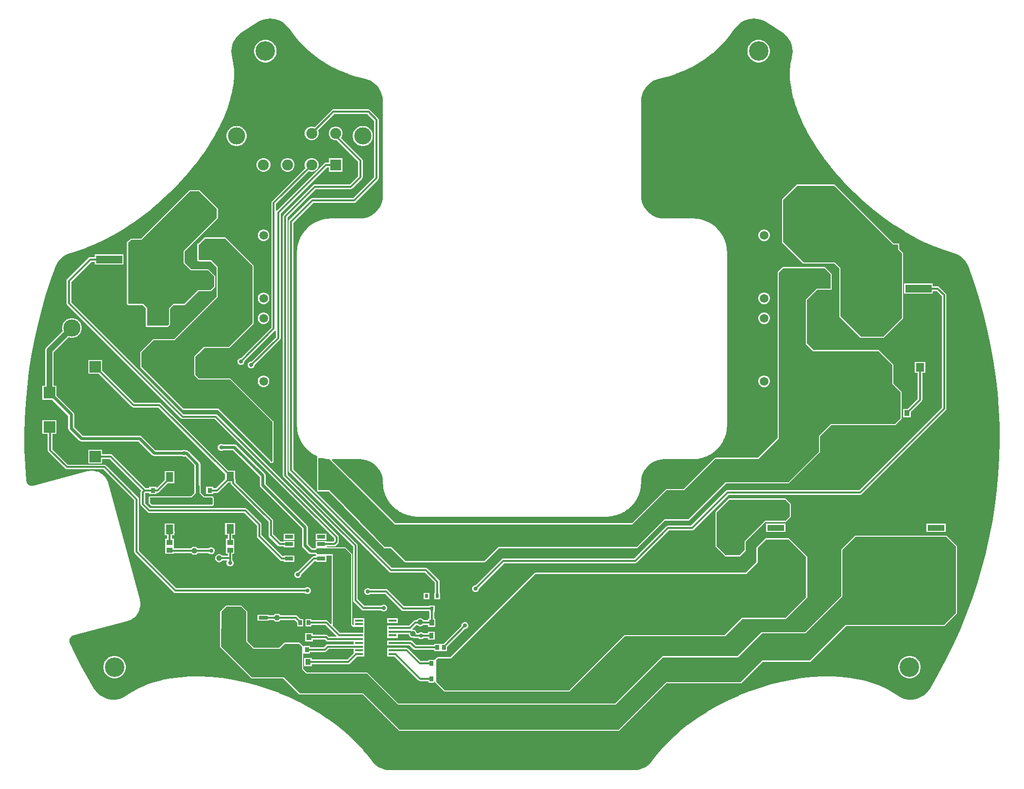
<source format=gbr>
%TF.GenerationSoftware,Altium Limited,Altium Designer,23.6.0 (18)*%
G04 Layer_Physical_Order=1*
G04 Layer_Color=255*
%FSLAX45Y45*%
%MOMM*%
%TF.SameCoordinates,CA757A27-890D-4031-9470-5F8B39CF6935*%
%TF.FilePolarity,Positive*%
%TF.FileFunction,Copper,L1,Top,Signal*%
%TF.Part,Single*%
G01*
G75*
%TA.AperFunction,SMDPad,CuDef*%
%ADD10R,2.95000X1.00000*%
%ADD11R,1.45000X0.65000*%
%ADD12R,1.05000X0.90000*%
%ADD13R,4.60000X1.35000*%
%ADD14R,9.40000X10.80000*%
%ADD15R,0.90000X1.00000*%
%ADD16C,1.00000*%
%ADD17C,3.00000*%
%ADD18R,4.25000X2.10000*%
%ADD19R,1.29540X1.65100*%
%ADD20R,1.45000X0.45000*%
%ADD21R,2.74000X3.86000*%
%ADD22R,3.55600X2.03200*%
%ADD23R,1.47000X0.97000*%
%ADD24R,0.60000X0.75000*%
%ADD25R,0.65000X0.90000*%
%ADD26R,0.80000X0.90000*%
%ADD27R,2.00000X2.00000*%
%ADD28R,1.52500X0.65000*%
%ADD29R,1.45000X1.50000*%
%ADD30R,0.78000X0.98000*%
%ADD31R,2.05000X4.30000*%
%TA.AperFunction,Conductor*%
%ADD32C,0.30000*%
%ADD33C,1.00000*%
%ADD34C,0.50000*%
%TA.AperFunction,ViaPad*%
%ADD35C,3.40000*%
%TA.AperFunction,ComponentPad*%
%ADD36C,1.50800*%
%ADD37C,2.55000*%
%ADD38R,2.55000X2.55000*%
%ADD39R,1.90000X1.90000*%
%ADD40C,1.90000*%
%ADD41C,3.00000*%
%TA.AperFunction,ViaPad*%
%ADD42C,1.27000*%
%ADD43C,0.70000*%
G36*
X14351289Y14551535D02*
X14405208Y14540492D01*
X14457092Y14522133D01*
X14508600Y14495436D01*
X14653279Y14405247D01*
X14796065Y14312138D01*
X14842117Y14276598D01*
X14880734Y14237173D01*
X14913541Y14192799D01*
X14939909Y14144318D01*
X14959334Y14092664D01*
X14971445Y14038823D01*
X14976007Y13983827D01*
X14972935Y13928725D01*
X14961261Y13869344D01*
X14947894Y13811497D01*
X14947557Y13807991D01*
X14946555Y13804616D01*
X14936691Y13742526D01*
X14936584Y13738522D01*
X14935751Y13734604D01*
X14928398Y13641048D01*
X14928629Y13636665D01*
X14928091Y13632312D01*
X14928923Y13531493D01*
X14929491Y13527451D01*
X14929318Y13523372D01*
X14938954Y13415250D01*
X14939780Y13411549D01*
X14939905Y13407761D01*
X14958965Y13292410D01*
X14959987Y13289043D01*
X14960347Y13285538D01*
X14989420Y13163177D01*
X14990585Y13160117D01*
X14991130Y13156886D01*
X15030740Y13027879D01*
X15032011Y13025102D01*
X15032700Y13022125D01*
X15083281Y12886996D01*
X15084624Y12884474D01*
X15085423Y12881729D01*
X15147284Y12741163D01*
X15148679Y12738865D01*
X15149568Y12736327D01*
X15222864Y12591173D01*
X15224297Y12589073D01*
X15225255Y12586718D01*
X15309978Y12437968D01*
X15311436Y12436041D01*
X15312456Y12433849D01*
X15408400Y12282633D01*
X15409883Y12280858D01*
X15410953Y12278806D01*
X15517723Y12126365D01*
X15519231Y12124721D01*
X15520345Y12122792D01*
X15637346Y11970451D01*
X15638875Y11968923D01*
X15640036Y11967099D01*
X15766476Y11816233D01*
X15768034Y11814805D01*
X15769241Y11813071D01*
X15904153Y11665077D01*
X15905740Y11663737D01*
X15906998Y11662081D01*
X16049249Y11518330D01*
X16050969Y11516997D01*
X16052357Y11515323D01*
X16217479Y11362183D01*
X16219345Y11360860D01*
X16220883Y11359166D01*
X16391617Y11214577D01*
X16393556Y11213330D01*
X16395183Y11211695D01*
X16569572Y11077126D01*
X16571600Y11075948D01*
X16573331Y11074364D01*
X16749400Y10951050D01*
X16751534Y10949938D01*
X16753384Y10948398D01*
X16929201Y10837306D01*
X16931461Y10836262D01*
X16933450Y10834764D01*
X17107181Y10736581D01*
X17109592Y10735608D01*
X17111746Y10734153D01*
X17281715Y10649279D01*
X17284299Y10648388D01*
X17286642Y10646983D01*
X17451361Y10575545D01*
X17454112Y10574758D01*
X17456647Y10573428D01*
X17611287Y10516494D01*
X17614261Y10515823D01*
X17617039Y10514571D01*
X17766174Y10469642D01*
X17822266Y10450531D01*
X17870721Y10426262D01*
X17915440Y10395650D01*
X17955597Y10359259D01*
X17990451Y10317761D01*
X18019357Y10271923D01*
X18042860Y10220224D01*
X18136919Y9956043D01*
X18222922Y9686399D01*
X18299895Y9414046D01*
X18367758Y9139287D01*
X18426437Y8862412D01*
X18475864Y8583745D01*
X18515987Y8303574D01*
X18546754Y8022239D01*
X18568143Y7740016D01*
X18580118Y7457258D01*
X18582674Y7174242D01*
X18575806Y6891306D01*
X18559521Y6608752D01*
X18533838Y6326903D01*
X18498784Y6046064D01*
X18454398Y5766538D01*
X18400732Y5488655D01*
X18337840Y5212705D01*
X18265800Y4939011D01*
X18184685Y4667862D01*
X18094588Y4399567D01*
X17995602Y4134413D01*
X17887848Y3872712D01*
X17771442Y3614739D01*
X17646506Y3360783D01*
X17513188Y3111136D01*
X17372951Y2868343D01*
X17339957Y2821080D01*
X17302579Y2780748D01*
X17260008Y2745938D01*
X17213054Y2717313D01*
X17162614Y2695419D01*
X17109636Y2680669D01*
X17055136Y2673345D01*
X17000146Y2673586D01*
X16945712Y2681388D01*
X16892868Y2696601D01*
X16842619Y2718938D01*
X16791179Y2750920D01*
X16706497Y2806867D01*
X16702905Y2808615D01*
X16699690Y2810989D01*
X16606680Y2862397D01*
X16603140Y2863786D01*
X16599921Y2865808D01*
X16496683Y2913138D01*
X16493205Y2914210D01*
X16489993Y2915918D01*
X16377869Y2957870D01*
X16374506Y2958647D01*
X16371356Y2960057D01*
X16250420Y2996134D01*
X16247185Y2996652D01*
X16244116Y2997794D01*
X16114545Y3027488D01*
X16111449Y3027781D01*
X16108472Y3028685D01*
X15970561Y3051494D01*
X15967603Y3051591D01*
X15964726Y3052284D01*
X15818904Y3067731D01*
X15816081Y3067659D01*
X15813307Y3068166D01*
X15660130Y3075811D01*
X15657440Y3075592D01*
X15654761Y3075936D01*
X15494925Y3075393D01*
X15492355Y3075046D01*
X15489771Y3075244D01*
X15324100Y3066202D01*
X15321642Y3065741D01*
X15319144Y3065809D01*
X15148586Y3048039D01*
X15146231Y3047477D01*
X15143811Y3047426D01*
X14969421Y3020796D01*
X14967160Y3020140D01*
X14964810Y3019982D01*
X14787743Y2984464D01*
X14785564Y2983720D01*
X14783276Y2983462D01*
X14604755Y2939141D01*
X14602650Y2938314D01*
X14600414Y2937960D01*
X14421712Y2885031D01*
X14419672Y2884123D01*
X14417480Y2883676D01*
X14239899Y2822452D01*
X14237802Y2821406D01*
X14235532Y2820833D01*
X14041106Y2743586D01*
X14038956Y2742387D01*
X14036601Y2741669D01*
X13846906Y2655423D01*
X13844806Y2654114D01*
X13842477Y2653278D01*
X13659151Y2558882D01*
X13657095Y2557455D01*
X13654784Y2556495D01*
X13479333Y2454905D01*
X13477315Y2453351D01*
X13475014Y2452256D01*
X13308788Y2344508D01*
X13306801Y2342814D01*
X13304504Y2341572D01*
X13148659Y2228754D01*
X13146706Y2226906D01*
X13144409Y2225502D01*
X12999892Y2108719D01*
X12997971Y2106698D01*
X12995676Y2105115D01*
X12863217Y1985462D01*
X12861334Y1983251D01*
X12859041Y1981467D01*
X12739159Y1860004D01*
X12737342Y1857602D01*
X12735077Y1855614D01*
X12629842Y1735485D01*
X12628085Y1732853D01*
X12625842Y1730621D01*
X12532675Y1609820D01*
X12495048Y1564386D01*
X12455379Y1527881D01*
X12411147Y1497058D01*
X12363167Y1472481D01*
X12312307Y1454598D01*
X12259500Y1443735D01*
X12202302Y1439860D01*
X7965292D01*
X7908094Y1443735D01*
X7855286Y1454598D01*
X7804428Y1472481D01*
X7756445Y1497058D01*
X7712215Y1527881D01*
X7672545Y1564386D01*
X7635223Y1609453D01*
X7571041Y1694326D01*
X7569435Y1695954D01*
X7568217Y1697889D01*
X7497102Y1783608D01*
X7495253Y1785322D01*
X7493806Y1787387D01*
X7391434Y1898994D01*
X7389339Y1900750D01*
X7387651Y1902901D01*
X7274726Y2013415D01*
X7272629Y2014989D01*
X7270906Y2016965D01*
X7147765Y2125600D01*
X7145670Y2127009D01*
X7143918Y2128827D01*
X7011046Y2234770D01*
X7008954Y2236030D01*
X7007177Y2237705D01*
X6865205Y2340126D01*
X6863117Y2341251D01*
X6861316Y2342795D01*
X6711018Y2440877D01*
X6708929Y2441879D01*
X6707105Y2443305D01*
X6549388Y2536250D01*
X6547296Y2537138D01*
X6545444Y2538456D01*
X6381334Y2625510D01*
X6379234Y2626293D01*
X6377352Y2627511D01*
X6207976Y2707982D01*
X6205860Y2708666D01*
X6203944Y2709790D01*
X6030508Y2783060D01*
X6028254Y2783681D01*
X6026184Y2784770D01*
X5830269Y2857089D01*
X5827862Y2857634D01*
X5825625Y2858676D01*
X5628045Y2920870D01*
X5625592Y2921302D01*
X5623285Y2922241D01*
X5425802Y2973899D01*
X5423292Y2974214D01*
X5420904Y2975050D01*
X5225237Y3015929D01*
X5222657Y3016123D01*
X5220177Y3016852D01*
X5027953Y3046879D01*
X5025295Y3046943D01*
X5022707Y3047558D01*
X4835427Y3066823D01*
X4832677Y3066744D01*
X4829971Y3067235D01*
X4648983Y3075972D01*
X4646133Y3075736D01*
X4643294Y3076086D01*
X4469772Y3074666D01*
X4466811Y3074251D01*
X4463829Y3074442D01*
X4298750Y3063339D01*
X4295675Y3062722D01*
X4292539Y3062728D01*
X4136687Y3042503D01*
X4133494Y3041654D01*
X4130197Y3041445D01*
X3984162Y3012714D01*
X3980856Y3011600D01*
X3977397Y3011140D01*
X3841581Y2974552D01*
X3838170Y2973134D01*
X3834556Y2972382D01*
X3709193Y2928593D01*
X3705701Y2926832D01*
X3701945Y2925742D01*
X3587120Y2875384D01*
X3583609Y2873259D01*
X3579771Y2871799D01*
X3477125Y2816468D01*
X3473608Y2813929D01*
X3469701Y2812045D01*
X3376565Y2751013D01*
X3324974Y2718937D01*
X3274725Y2696601D01*
X3221880Y2681387D01*
X3167447Y2673586D01*
X3112459Y2673345D01*
X3057956Y2680669D01*
X3004982Y2695418D01*
X2954540Y2717313D01*
X2907585Y2745939D01*
X2865014Y2780748D01*
X2827638Y2821080D01*
X2794545Y2868486D01*
X2683531Y3059135D01*
X2576216Y3255103D01*
X2474090Y3453823D01*
X2379053Y3651353D01*
X2371306Y3673366D01*
X2368556Y3692262D01*
X2369495Y3711331D01*
X2374089Y3729859D01*
X2382167Y3747158D01*
X2393427Y3762580D01*
X2407442Y3775542D01*
X2423693Y3785561D01*
X2446172Y3793989D01*
X3382167Y4044788D01*
X3386754Y4046688D01*
X3391591Y4047816D01*
X3428284Y4061626D01*
X3437008Y4066289D01*
X3446019Y4070372D01*
X3479313Y4091076D01*
X3486957Y4097349D01*
X3494999Y4103112D01*
X3523614Y4129914D01*
X3529889Y4137559D01*
X3536651Y4144779D01*
X3559488Y4176648D01*
X3564151Y4185372D01*
X3569375Y4193772D01*
X3585556Y4229484D01*
X3588428Y4238951D01*
X3591912Y4248209D01*
X3600814Y4286391D01*
X3601783Y4296233D01*
X3603394Y4305992D01*
X3604678Y4345178D01*
X3603708Y4355021D01*
X3603384Y4364909D01*
X3596998Y4403592D01*
X3595556Y4408344D01*
X3594908Y4413267D01*
X3051388Y6441711D01*
X3049488Y6446298D01*
X3048360Y6451134D01*
X3034550Y6487828D01*
X3029887Y6496552D01*
X3025805Y6505561D01*
X3005102Y6538855D01*
X2998826Y6546502D01*
X2993064Y6554543D01*
X2966262Y6583159D01*
X2958617Y6589433D01*
X2951398Y6596194D01*
X2919530Y6619032D01*
X2910806Y6623694D01*
X2902404Y6628919D01*
X2866692Y6645100D01*
X2857225Y6647971D01*
X2847969Y6651455D01*
X2809787Y6660358D01*
X2799942Y6661328D01*
X2790184Y6662939D01*
X2750998Y6664221D01*
X2741155Y6663252D01*
X2731268Y6662928D01*
X2692585Y6656542D01*
X2687833Y6655100D01*
X2682910Y6654452D01*
X1746914Y6403653D01*
X1723234Y6399713D01*
X1704151Y6400264D01*
X1685530Y6404481D01*
X1668071Y6412206D01*
X1652426Y6423148D01*
X1639181Y6436900D01*
X1628833Y6452943D01*
X1621769Y6470680D01*
X1617496Y6493483D01*
X1598178Y6760050D01*
X1587212Y7031193D01*
X1584908Y7302543D01*
X1591269Y7573830D01*
X1606287Y7844765D01*
X1629946Y8115096D01*
X1662224Y8384530D01*
X1703086Y8652795D01*
X1752490Y8919614D01*
X1810389Y9184727D01*
X1876722Y9447858D01*
X1951420Y9708732D01*
X2034406Y9967084D01*
X2124720Y10220195D01*
X2148236Y10271922D01*
X2177143Y10317762D01*
X2211997Y10359259D01*
X2252153Y10395650D01*
X2296872Y10426262D01*
X2345327Y10450531D01*
X2401196Y10469566D01*
X2527436Y10506954D01*
X2529839Y10508023D01*
X2532413Y10508569D01*
X2663455Y10554897D01*
X2665758Y10556069D01*
X2668256Y10556733D01*
X2817588Y10618252D01*
X2819807Y10619527D01*
X2822243Y10620309D01*
X2976097Y10692973D01*
X2978141Y10694289D01*
X2980419Y10695142D01*
X3137672Y10778854D01*
X3139565Y10780206D01*
X3141703Y10781120D01*
X3301103Y10875595D01*
X3302862Y10876977D01*
X3304880Y10877948D01*
X3465074Y10982707D01*
X3466720Y10984122D01*
X3468632Y10985144D01*
X3628198Y11099519D01*
X3629744Y11100967D01*
X3631568Y11102043D01*
X3789047Y11225187D01*
X3790506Y11226673D01*
X3792254Y11227803D01*
X3946196Y11358703D01*
X3947656Y11360318D01*
X3949431Y11361577D01*
X4114609Y11514715D01*
X4116068Y11516475D01*
X4117871Y11517879D01*
X4275106Y11677415D01*
X4276495Y11679252D01*
X4278245Y11680748D01*
X4425910Y11844847D01*
X4427235Y11846775D01*
X4428941Y11848376D01*
X4565639Y12015152D01*
X4566905Y12017191D01*
X4568575Y12018912D01*
X4693170Y12186502D01*
X4694377Y12188668D01*
X4696015Y12190530D01*
X4807666Y12357140D01*
X4808813Y12359458D01*
X4810419Y12361485D01*
X4908571Y12525452D01*
X4909650Y12527945D01*
X4911222Y12530162D01*
X4995615Y12689995D01*
X4996614Y12692692D01*
X4998142Y12695129D01*
X5068780Y12849536D01*
X5069680Y12852464D01*
X5071148Y12855154D01*
X5128279Y13003069D01*
X5129052Y13006259D01*
X5130435Y13009238D01*
X5174506Y13149821D01*
X5175115Y13153307D01*
X5176376Y13156610D01*
X5207991Y13289262D01*
X5208384Y13293065D01*
X5209475Y13296729D01*
X5229348Y13421069D01*
X5229462Y13425208D01*
X5230315Y13429259D01*
X5239221Y13545108D01*
X5238978Y13549586D01*
X5239510Y13554041D01*
X5238231Y13661401D01*
X5237548Y13666148D01*
X5237664Y13670946D01*
X5227275Y13767912D01*
X5226059Y13772928D01*
X5225658Y13778075D01*
X5206510Y13868440D01*
X5194658Y13928725D01*
X5191587Y13983829D01*
X5196149Y14038823D01*
X5208260Y14092664D01*
X5227684Y14144318D01*
X5254053Y14192798D01*
X5286859Y14237173D01*
X5325476Y14276598D01*
X5371529Y14312138D01*
X5514315Y14405247D01*
X5658992Y14495435D01*
X5710501Y14522131D01*
X5762387Y14540492D01*
X5816303Y14551535D01*
X5871229Y14555051D01*
X5926116Y14550974D01*
X5979917Y14539381D01*
X6031613Y14520493D01*
X6080217Y14494667D01*
X6124801Y14462399D01*
X6164522Y14424300D01*
X6201876Y14376971D01*
X6283824Y14265544D01*
X6286281Y14262985D01*
X6288204Y14260005D01*
X6378859Y14153278D01*
X6381489Y14150896D01*
X6383616Y14148058D01*
X6481517Y14047935D01*
X6484307Y14045744D01*
X6486628Y14043062D01*
X6591295Y13950035D01*
X6594231Y13948045D01*
X6596735Y13945531D01*
X6707655Y13860056D01*
X6710724Y13858276D01*
X6713396Y13855943D01*
X6830025Y13778441D01*
X6833211Y13776878D01*
X6836039Y13774741D01*
X6957805Y13705588D01*
X6961091Y13704253D01*
X6964064Y13702316D01*
X7090370Y13641853D01*
X7093742Y13640753D01*
X7096843Y13639030D01*
X7227071Y13587553D01*
X7230512Y13586691D01*
X7233725Y13585188D01*
X7367235Y13542950D01*
X7370728Y13542331D01*
X7374039Y13541057D01*
X7508535Y13508659D01*
X7566186Y13492715D01*
X7616318Y13471118D01*
X7663031Y13442880D01*
X7705450Y13408533D01*
X7742784Y13368712D01*
X7774333Y13324168D01*
X7799506Y13275732D01*
X7817830Y13224316D01*
X7828964Y13170882D01*
X7832935Y13112968D01*
Y11469216D01*
X7829306Y11413843D01*
X7819126Y11362665D01*
X7802353Y11313253D01*
X7779273Y11266453D01*
X7750282Y11223064D01*
X7715878Y11183833D01*
X7676646Y11149428D01*
X7633257Y11120436D01*
X7586457Y11097358D01*
X7537047Y11080585D01*
X7485865Y11070404D01*
X7430494Y11066775D01*
X6933797D01*
X6930509Y11066342D01*
X6927200Y11066559D01*
X6861938Y11062282D01*
X6855453Y11060992D01*
X6848856Y11060560D01*
X6784710Y11047800D01*
X6778451Y11045675D01*
X6771967Y11044385D01*
X6710035Y11023362D01*
X6704107Y11020439D01*
X6697846Y11018314D01*
X6639188Y10989387D01*
X6633690Y10985714D01*
X6627760Y10982790D01*
X6573380Y10946454D01*
X6568409Y10942094D01*
X6562913Y10938422D01*
X6513741Y10895299D01*
X6509383Y10890329D01*
X6504412Y10885969D01*
X6461289Y10836796D01*
X6457616Y10831300D01*
X6453258Y10826330D01*
X6416921Y10771950D01*
X6413997Y10766020D01*
X6410324Y10760524D01*
X6381397Y10701865D01*
X6379272Y10695605D01*
X6376348Y10689676D01*
X6355325Y10627745D01*
X6354036Y10621261D01*
X6351910Y10615000D01*
X6339151Y10550852D01*
X6338719Y10544256D01*
X6337430Y10537774D01*
X6333151Y10472511D01*
X6333368Y10469202D01*
X6332935Y10465914D01*
Y7465913D01*
X6333368Y7462625D01*
X6333151Y7459315D01*
X6337430Y7394053D01*
X6338719Y7387571D01*
X6339151Y7380975D01*
X6351910Y7316828D01*
X6354035Y7310567D01*
X6355325Y7304083D01*
X6376348Y7242151D01*
X6379273Y7236221D01*
X6381397Y7229961D01*
X6410325Y7171303D01*
X6413997Y7165807D01*
X6416921Y7159877D01*
X6453258Y7105497D01*
X6457616Y7100527D01*
X6461289Y7095031D01*
X6504412Y7045858D01*
X6509382Y7041499D01*
X6513741Y7036528D01*
X6562913Y6993405D01*
X6568409Y6989733D01*
X6573380Y6985373D01*
X6627760Y6949037D01*
X6633690Y6946113D01*
X6639188Y6942440D01*
X6690621Y6917077D01*
X6691580Y6902443D01*
X6691181Y6902177D01*
X6686760Y6895561D01*
X6685208Y6887757D01*
Y6323936D01*
X6686760Y6316132D01*
X6691181Y6309516D01*
X6697796Y6305096D01*
X6705600Y6303544D01*
X6894074D01*
X7690314Y5481263D01*
X7691154Y5480008D01*
X7703057Y5468104D01*
X7846651Y5319815D01*
X7846788Y5319720D01*
X7846881Y5319581D01*
X7850058Y5317457D01*
X7853194Y5315288D01*
X7853357Y5315253D01*
X7853496Y5315160D01*
X7857240Y5314416D01*
X7860972Y5313611D01*
X7861136Y5313641D01*
X7861300Y5313608D01*
X7977553D01*
X8215580Y5075581D01*
X8222196Y5071160D01*
X8230000Y5069608D01*
X9599999D01*
X9600000Y5069608D01*
X9607804Y5071160D01*
X9614419Y5075581D01*
X9614420Y5075581D01*
X9852447Y5313608D01*
X12255499D01*
X12255500Y5313608D01*
X12263304Y5315160D01*
X12269919Y5319581D01*
X12269920Y5319581D01*
X12746547Y5796208D01*
X13157199D01*
X13157201Y5796208D01*
X13165004Y5797760D01*
X13171619Y5802181D01*
X13814960Y6445522D01*
X14898712D01*
X14898714Y6445521D01*
X14906517Y6447074D01*
X14913133Y6451494D01*
X14913133Y6451495D01*
X15444919Y6983280D01*
X15449339Y6989896D01*
X15450891Y6997699D01*
Y7137398D01*
X15450893Y7137400D01*
Y7268653D01*
X15642146Y7459908D01*
X16751300Y7459908D01*
X16759103Y7461460D01*
X16765720Y7465881D01*
X16765720Y7465881D01*
X16867319Y7567481D01*
X16871741Y7574096D01*
X16873293Y7581900D01*
Y8039100D01*
X16871741Y8046903D01*
X16867319Y8053519D01*
X16867319Y8053520D01*
X16733592Y8187247D01*
Y8508998D01*
X16733592Y8509000D01*
X16732040Y8516803D01*
X16727618Y8523419D01*
X16727618Y8523420D01*
X16486319Y8764719D01*
X16479704Y8769140D01*
X16471899Y8770692D01*
X15337346D01*
X15222292Y8885747D01*
X15222292Y9643553D01*
X15399336Y9820598D01*
X15630898D01*
Y9822108D01*
X15633701D01*
X15641504Y9823660D01*
X15648119Y9828081D01*
X15652541Y9834696D01*
X15654092Y9842500D01*
Y10096500D01*
X15652541Y10104304D01*
X15648119Y10110919D01*
X15648119Y10110920D01*
X15546519Y10212519D01*
X15539903Y10216940D01*
X15532100Y10218492D01*
X14808200D01*
X14800397Y10216940D01*
X14793781Y10212519D01*
X14717581Y10136319D01*
X14713161Y10129704D01*
X14711607Y10121900D01*
Y8750300D01*
Y8382001D01*
X14711607Y8382000D01*
X14711607Y8381999D01*
Y7237370D01*
X14365331Y6891092D01*
X13627100D01*
X13619296Y6889540D01*
X13612682Y6885119D01*
X13072552Y6344992D01*
X12776201D01*
X12776200Y6344992D01*
X12768396Y6343440D01*
X12761781Y6339019D01*
X12170853Y5748092D01*
X8047547D01*
X7253420Y6542218D01*
X7253419Y6542219D01*
X6943287Y6852352D01*
X6948547Y6865052D01*
X7430494D01*
X7485865Y6861423D01*
X7537047Y6851242D01*
X7586458Y6834469D01*
X7633258Y6811390D01*
X7676644Y6782400D01*
X7715877Y6747995D01*
X7750282Y6708763D01*
X7779274Y6665373D01*
X7802352Y6618575D01*
X7819126Y6569162D01*
X7829306Y6517984D01*
X7833151Y6459317D01*
X7833151Y6459316D01*
X7837430Y6394053D01*
X7838719Y6387571D01*
X7839151Y6380975D01*
X7851910Y6316828D01*
X7854035Y6310567D01*
X7855325Y6304083D01*
X7876348Y6242151D01*
X7879273Y6236221D01*
X7881397Y6229961D01*
X7910325Y6171303D01*
X7913997Y6165807D01*
X7916921Y6159877D01*
X7953258Y6105497D01*
X7957617Y6100527D01*
X7961289Y6095031D01*
X8004412Y6045858D01*
X8009382Y6041499D01*
X8013741Y6036528D01*
X8062913Y5993405D01*
X8068411Y5989732D01*
X8073381Y5985373D01*
X8127761Y5949037D01*
X8133690Y5946114D01*
X8139187Y5942440D01*
X8197846Y5913514D01*
X8204105Y5911389D01*
X8210035Y5908465D01*
X8271967Y5887442D01*
X8278451Y5886152D01*
X8284710Y5884027D01*
X8348856Y5871267D01*
X8355453Y5870835D01*
X8361938Y5869545D01*
X8427200Y5865268D01*
X8430509Y5865485D01*
X8433797Y5865052D01*
X11733797D01*
X11737085Y5865485D01*
X11740394Y5865268D01*
X11805656Y5869545D01*
X11812141Y5870835D01*
X11818738Y5871267D01*
X11882884Y5884027D01*
X11889143Y5886152D01*
X11895627Y5887442D01*
X11957559Y5908465D01*
X11963489Y5911389D01*
X11969748Y5913514D01*
X12028406Y5942440D01*
X12033904Y5946114D01*
X12039833Y5949037D01*
X12094213Y5985373D01*
X12099184Y5989732D01*
X12104681Y5993405D01*
X12153853Y6036528D01*
X12158211Y6041498D01*
X12163182Y6045858D01*
X12206305Y6095031D01*
X12209977Y6100527D01*
X12214336Y6105497D01*
X12250672Y6159877D01*
X12253597Y6165807D01*
X12257269Y6171303D01*
X12286196Y6229961D01*
X12288321Y6236221D01*
X12291246Y6242151D01*
X12312269Y6304083D01*
X12313559Y6310567D01*
X12315684Y6316828D01*
X12328443Y6380975D01*
X12328875Y6387571D01*
X12330164Y6394053D01*
X12334443Y6459316D01*
X12334443Y6459317D01*
X12338288Y6517984D01*
X12348468Y6569162D01*
X12365241Y6618575D01*
X12388320Y6665373D01*
X12417311Y6708762D01*
X12451717Y6747995D01*
X12490948Y6782399D01*
X12534336Y6811390D01*
X12581136Y6834469D01*
X12630548Y6851242D01*
X12681726Y6861423D01*
X12737099Y6865052D01*
X13233797D01*
X13237085Y6865485D01*
X13240395Y6865268D01*
X13305656Y6869545D01*
X13312141Y6870835D01*
X13318738Y6871267D01*
X13382884Y6884027D01*
X13389143Y6886152D01*
X13395627Y6887442D01*
X13457559Y6908465D01*
X13463487Y6911388D01*
X13469748Y6913513D01*
X13528406Y6942440D01*
X13533904Y6946113D01*
X13539833Y6949037D01*
X13594214Y6985373D01*
X13599185Y6989733D01*
X13604681Y6993405D01*
X13653853Y7036528D01*
X13658211Y7041498D01*
X13663182Y7045858D01*
X13706305Y7095031D01*
X13709978Y7100527D01*
X13714336Y7105497D01*
X13750673Y7159877D01*
X13753596Y7165807D01*
X13757269Y7171303D01*
X13786195Y7229961D01*
X13788321Y7236221D01*
X13791246Y7242151D01*
X13812270Y7304083D01*
X13813559Y7310567D01*
X13815685Y7316828D01*
X13828442Y7380975D01*
X13828876Y7387571D01*
X13830164Y7394053D01*
X13834444Y7459316D01*
X13834225Y7462625D01*
X13834659Y7465913D01*
Y10465914D01*
X13834225Y10469202D01*
X13834444Y10472512D01*
X13830164Y10537774D01*
X13828876Y10544256D01*
X13828442Y10550852D01*
X13815685Y10615000D01*
X13813557Y10621261D01*
X13812270Y10627745D01*
X13791246Y10689676D01*
X13788322Y10695605D01*
X13786197Y10701865D01*
X13757269Y10760524D01*
X13753596Y10766020D01*
X13750673Y10771950D01*
X13714336Y10826330D01*
X13709978Y10831300D01*
X13706305Y10836796D01*
X13663182Y10885969D01*
X13658212Y10890328D01*
X13653853Y10895299D01*
X13604681Y10938422D01*
X13599185Y10942094D01*
X13594214Y10946454D01*
X13539833Y10982790D01*
X13533904Y10985714D01*
X13528406Y10989387D01*
X13469748Y11018313D01*
X13463487Y11020438D01*
X13457559Y11023362D01*
X13395627Y11044385D01*
X13389143Y11045675D01*
X13382884Y11047800D01*
X13318738Y11060560D01*
X13312141Y11060992D01*
X13305656Y11062282D01*
X13240395Y11066559D01*
X13237085Y11066342D01*
X13233797Y11066775D01*
X12737099D01*
X12681726Y11070404D01*
X12630548Y11080585D01*
X12581137Y11097358D01*
X12534336Y11120437D01*
X12490947Y11149428D01*
X12451716Y11183833D01*
X12417312Y11223063D01*
X12388321Y11266452D01*
X12365241Y11313253D01*
X12348468Y11362665D01*
X12338288Y11413843D01*
X12334659Y11469216D01*
Y13112968D01*
X12338630Y13170882D01*
X12349764Y13224316D01*
X12368088Y13275732D01*
X12393261Y13324168D01*
X12424809Y13368710D01*
X12462144Y13408533D01*
X12504563Y13442880D01*
X12551276Y13471118D01*
X12601408Y13492715D01*
X12659061Y13508661D01*
X12793555Y13541057D01*
X12796866Y13542331D01*
X12800359Y13542950D01*
X12933868Y13585188D01*
X12937082Y13586691D01*
X12940523Y13587553D01*
X13070750Y13639030D01*
X13073853Y13640753D01*
X13077225Y13641853D01*
X13203529Y13702316D01*
X13206502Y13704253D01*
X13209789Y13705588D01*
X13331554Y13774741D01*
X13334384Y13776880D01*
X13337569Y13778441D01*
X13454198Y13855943D01*
X13456870Y13858276D01*
X13459940Y13860056D01*
X13570859Y13945531D01*
X13573363Y13948045D01*
X13576299Y13950035D01*
X13680966Y14043062D01*
X13683287Y14045744D01*
X13686076Y14047935D01*
X13783977Y14148059D01*
X13786104Y14150897D01*
X13788734Y14153278D01*
X13879388Y14260005D01*
X13881313Y14262984D01*
X13883771Y14265544D01*
X13965717Y14376967D01*
X14003072Y14424300D01*
X14042792Y14462399D01*
X14087376Y14494667D01*
X14135982Y14520493D01*
X14187675Y14539381D01*
X14241478Y14550974D01*
X14296364Y14555051D01*
X14351289Y14551535D01*
D02*
G37*
G36*
X15633701Y10096500D02*
Y9842500D01*
X15392400D01*
X15201900Y9652000D01*
X15201900Y8877300D01*
X15328899Y8750300D01*
X16471899D01*
X16713200Y8509000D01*
Y8178800D01*
X16852901Y8039100D01*
Y7581900D01*
X16751300Y7480300D01*
X15633701Y7480300D01*
X15430499Y7277100D01*
Y7137400D01*
X15430499Y7137399D01*
Y6997699D01*
X14898714Y6465913D01*
X13806512D01*
X13157201Y5816600D01*
X12738100D01*
X12255500Y5334000D01*
X9844000D01*
X9600000Y5090000D01*
X8230000D01*
X7986000Y5334000D01*
X7861300D01*
X7717588Y5482411D01*
X7705573Y5494427D01*
X7705687Y5494702D01*
X6902713Y6323936D01*
X6705600D01*
Y6887757D01*
X6771037D01*
X6771967Y6887442D01*
X6778451Y6886152D01*
X6784710Y6884027D01*
X6848856Y6871267D01*
X6855453Y6870835D01*
X6861938Y6869545D01*
X6899732Y6867068D01*
X6899732Y6867068D01*
X7239000Y6527800D01*
X7239000Y6527800D01*
X8039100Y5727700D01*
X12179300D01*
X12776200Y6324600D01*
X13081000D01*
X13627100Y6870700D01*
X14373776D01*
X14732001Y7228923D01*
Y8382000D01*
Y10121900D01*
X14808200Y10198100D01*
X15532100D01*
X15633701Y10096500D01*
D02*
G37*
%LPC*%
G36*
X14401439Y14181531D02*
X14362949D01*
X14325197Y14174022D01*
X14289638Y14159293D01*
X14257632Y14137907D01*
X14230415Y14110690D01*
X14209032Y14078688D01*
X14194302Y14043127D01*
X14186794Y14005376D01*
Y13966885D01*
X14194302Y13929135D01*
X14209032Y13893575D01*
X14230415Y13861571D01*
X14257632Y13834354D01*
X14289638Y13812970D01*
X14325197Y13798241D01*
X14362949Y13790730D01*
X14401439D01*
X14439189Y13798241D01*
X14474750Y13812970D01*
X14506754Y13834354D01*
X14533971Y13861571D01*
X14555354Y13893575D01*
X14570084Y13929135D01*
X14577592Y13966885D01*
Y14005376D01*
X14570084Y14043127D01*
X14555354Y14078688D01*
X14533971Y14110690D01*
X14506754Y14137907D01*
X14474750Y14159293D01*
X14439189Y14174022D01*
X14401439Y14181531D01*
D02*
G37*
G36*
X5804646D02*
X5766155D01*
X5728405Y14174022D01*
X5692844Y14159293D01*
X5660841Y14137907D01*
X5633624Y14110690D01*
X5612239Y14078688D01*
X5597510Y14043127D01*
X5590001Y14005376D01*
Y13966885D01*
X5597510Y13929135D01*
X5612239Y13893575D01*
X5633624Y13861571D01*
X5660841Y13834354D01*
X5692844Y13812970D01*
X5728405Y13798241D01*
X5766155Y13790730D01*
X5804646D01*
X5842397Y13798241D01*
X5877957Y13812970D01*
X5909961Y13834354D01*
X5937178Y13861571D01*
X5958562Y13893575D01*
X5973291Y13929135D01*
X5980801Y13966885D01*
Y14005376D01*
X5973291Y14043127D01*
X5958562Y14078688D01*
X5937178Y14110690D01*
X5909961Y14137907D01*
X5877957Y14159293D01*
X5842397Y14174022D01*
X5804646Y14181531D01*
D02*
G37*
G36*
X7499475Y12680902D02*
X7464925D01*
X7431038Y12674161D01*
X7399117Y12660939D01*
X7370389Y12641744D01*
X7345958Y12617313D01*
X7326763Y12588585D01*
X7313541Y12556664D01*
X7306800Y12522777D01*
Y12488227D01*
X7313541Y12454340D01*
X7326763Y12422419D01*
X7345958Y12393691D01*
X7370389Y12369260D01*
X7399117Y12350065D01*
X7431038Y12336843D01*
X7464925Y12330102D01*
X7499475D01*
X7533362Y12336843D01*
X7565283Y12350065D01*
X7594011Y12369260D01*
X7618442Y12393691D01*
X7637637Y12422419D01*
X7650859Y12454340D01*
X7657600Y12488227D01*
Y12522777D01*
X7650859Y12556664D01*
X7637637Y12588585D01*
X7618442Y12617313D01*
X7594011Y12641744D01*
X7565283Y12660939D01*
X7533362Y12674161D01*
X7499475Y12680902D01*
D02*
G37*
G36*
X5299475D02*
X5264924D01*
X5231037Y12674161D01*
X5199116Y12660939D01*
X5170388Y12641744D01*
X5145957Y12617313D01*
X5126762Y12588585D01*
X5113540Y12556664D01*
X5106799Y12522777D01*
Y12488227D01*
X5113540Y12454340D01*
X5126762Y12422419D01*
X5145957Y12393691D01*
X5170388Y12369260D01*
X5199116Y12350065D01*
X5231037Y12336843D01*
X5264924Y12330102D01*
X5299475D01*
X5333361Y12336843D01*
X5365282Y12350065D01*
X5394010Y12369260D01*
X5418441Y12393691D01*
X5437637Y12422419D01*
X5450859Y12454340D01*
X5457599Y12488227D01*
Y12522777D01*
X5450859Y12556664D01*
X5437637Y12588585D01*
X5418441Y12617313D01*
X5394010Y12641744D01*
X5365282Y12660939D01*
X5333361Y12674161D01*
X5299475Y12680902D01*
D02*
G37*
G36*
X7132598Y12121900D02*
X6891799D01*
Y12042691D01*
X6841500D01*
X6825737Y12039556D01*
X6812373Y12030627D01*
X5983892Y11202145D01*
X5971976Y11206150D01*
X5971192Y11206769D01*
Y11322239D01*
X6540992Y11892039D01*
X6545727Y11889305D01*
X6576348Y11881100D01*
X6608050D01*
X6638672Y11889305D01*
X6666126Y11905156D01*
X6688543Y11927573D01*
X6704394Y11955027D01*
X6712599Y11985649D01*
Y12017351D01*
X6704394Y12047973D01*
X6688543Y12075427D01*
X6666126Y12097844D01*
X6638672Y12113695D01*
X6608050Y12121900D01*
X6576348D01*
X6545727Y12113695D01*
X6518272Y12097844D01*
X6495855Y12075427D01*
X6480005Y12047973D01*
X6471799Y12017351D01*
Y11985649D01*
X6480005Y11955027D01*
X6482738Y11950293D01*
X5900873Y11368428D01*
X5891944Y11355064D01*
X5888809Y11339301D01*
Y9160162D01*
X5361547Y8632900D01*
X5347386D01*
X5325186Y8623705D01*
X5308195Y8606714D01*
X5299000Y8584514D01*
Y8560486D01*
X5308195Y8538286D01*
X5325186Y8521295D01*
X5347386Y8512100D01*
X5371414D01*
X5393614Y8521295D01*
X5410605Y8538286D01*
X5419800Y8560486D01*
Y8574647D01*
X5956108Y9110955D01*
X5968024Y9106950D01*
X5968808Y9106331D01*
Y8997062D01*
X5542147Y8570400D01*
X5527986D01*
X5505786Y8561205D01*
X5488795Y8544214D01*
X5479600Y8522014D01*
Y8497986D01*
X5488795Y8475786D01*
X5505786Y8458795D01*
X5527986Y8449600D01*
X5552014D01*
X5574214Y8458795D01*
X5591205Y8475786D01*
X5600400Y8497986D01*
Y8512147D01*
X6039127Y8950873D01*
X6048056Y8964237D01*
X6051191Y8980000D01*
Y11152938D01*
X6858562Y11960309D01*
X6891799D01*
Y11881100D01*
X7132598D01*
Y12121900D01*
D02*
G37*
G36*
X6188051D02*
X6156349D01*
X6125727Y12113695D01*
X6098273Y12097844D01*
X6075856Y12075427D01*
X6060005Y12047973D01*
X6051800Y12017351D01*
Y11985649D01*
X6060005Y11955027D01*
X6075856Y11927573D01*
X6098273Y11905156D01*
X6125727Y11889305D01*
X6156349Y11881100D01*
X6188051D01*
X6218673Y11889305D01*
X6246127Y11905156D01*
X6268544Y11927573D01*
X6284395Y11955027D01*
X6292600Y11985649D01*
Y12017351D01*
X6284395Y12047973D01*
X6268544Y12075427D01*
X6246127Y12097844D01*
X6218673Y12113695D01*
X6188051Y12121900D01*
D02*
G37*
G36*
X5768052D02*
X5736350D01*
X5705728Y12113695D01*
X5678274Y12097844D01*
X5655857Y12075427D01*
X5640006Y12047973D01*
X5631801Y12017351D01*
Y11985649D01*
X5640006Y11955027D01*
X5655857Y11927573D01*
X5678274Y11905156D01*
X5705728Y11889305D01*
X5736350Y11881100D01*
X5768052D01*
X5798673Y11889305D01*
X5826128Y11905156D01*
X5848545Y11927573D01*
X5864395Y11955027D01*
X5872601Y11985649D01*
Y12017351D01*
X5864395Y12047973D01*
X5848545Y12075427D01*
X5826128Y12097844D01*
X5798673Y12113695D01*
X5768052Y12121900D01*
D02*
G37*
G36*
X4470000Y11560392D02*
X4462196Y11558840D01*
X4455581Y11554419D01*
X3614953Y10713792D01*
X3441701D01*
X3441700Y10713792D01*
X3433896Y10712240D01*
X3427281Y10707819D01*
X3427280Y10707819D01*
X3401361Y10681900D01*
X3396200D01*
Y10676739D01*
X3376481Y10657019D01*
X3372060Y10650404D01*
X3370508Y10642600D01*
Y9588501D01*
X3370508Y9588500D01*
X3372060Y9580696D01*
X3376481Y9574081D01*
X3376481Y9574080D01*
X3389181Y9561381D01*
X3395796Y9556960D01*
X3403600Y9555408D01*
X3649153D01*
X3700708Y9503853D01*
Y9194800D01*
X3702260Y9186996D01*
X3706681Y9180381D01*
X3713296Y9175960D01*
X3721100Y9174408D01*
X4076700D01*
X4084504Y9175960D01*
X4091119Y9180381D01*
X4091120Y9180381D01*
X4116519Y9205781D01*
X4120940Y9212396D01*
X4122492Y9220200D01*
Y9491153D01*
X4186747Y9555408D01*
X4368799D01*
X4368800Y9555408D01*
X4376604Y9556960D01*
X4383219Y9561381D01*
X4618547Y9796708D01*
X4826000D01*
X4833804Y9798260D01*
X4840419Y9802681D01*
X4840420Y9802681D01*
X4903919Y9866181D01*
X4908340Y9872796D01*
X4909892Y9880600D01*
Y10058400D01*
X4908340Y10066204D01*
X4903919Y10072819D01*
X4903919Y10072820D01*
X4802319Y10174419D01*
X4795704Y10178840D01*
X4787900Y10180392D01*
X4491547D01*
X4376492Y10295447D01*
Y10487653D01*
X4954419Y11065581D01*
X4958839Y11072196D01*
X4960392Y11080000D01*
X4960392Y11229999D01*
X4958840Y11237803D01*
X4954419Y11244418D01*
X4644421Y11554418D01*
X4644420Y11554419D01*
X4637805Y11558839D01*
X4630001Y11560392D01*
X4470001Y11560392D01*
X4470000Y11560392D01*
D02*
G37*
G36*
X14491270Y10874301D02*
X14464729D01*
X14439093Y10867432D01*
X14416109Y10854161D01*
X14397340Y10835394D01*
X14384070Y10812409D01*
X14377200Y10786772D01*
Y10760231D01*
X14384070Y10734594D01*
X14397340Y10711609D01*
X14416109Y10692841D01*
X14439093Y10679571D01*
X14464729Y10672702D01*
X14491270D01*
X14516907Y10679571D01*
X14539893Y10692841D01*
X14558659Y10711609D01*
X14571930Y10734594D01*
X14578799Y10760231D01*
Y10786772D01*
X14571930Y10812409D01*
X14558659Y10835394D01*
X14539893Y10854161D01*
X14516907Y10867432D01*
X14491270Y10874301D01*
D02*
G37*
G36*
X5766370D02*
X5739830D01*
X5714193Y10867432D01*
X5691208Y10854161D01*
X5672440Y10835394D01*
X5659170Y10812409D01*
X5652300Y10786772D01*
Y10760231D01*
X5659170Y10734594D01*
X5672440Y10711609D01*
X5691208Y10692841D01*
X5714193Y10679571D01*
X5739830Y10672702D01*
X5766370D01*
X5792007Y10679571D01*
X5814992Y10692841D01*
X5833760Y10711609D01*
X5847030Y10734594D01*
X5853900Y10760231D01*
Y10786772D01*
X5847030Y10812409D01*
X5833760Y10835394D01*
X5814992Y10854161D01*
X5792007Y10867432D01*
X5766370Y10874301D01*
D02*
G37*
G36*
X3311200Y10438000D02*
X2811200D01*
Y10391691D01*
X2730500D01*
X2714737Y10388556D01*
X2701373Y10379627D01*
X2330873Y10009127D01*
X2321944Y9995763D01*
X2318809Y9980000D01*
Y9590700D01*
X2321944Y9574937D01*
X2330873Y9561573D01*
X4311697Y7580750D01*
X4325061Y7571821D01*
X4340824Y7568685D01*
X4903062D01*
X6981909Y5489838D01*
Y5439962D01*
X6967938Y5425991D01*
X6847000D01*
Y5437300D01*
X6662000D01*
Y5335768D01*
X6662000Y5332300D01*
X6662361Y5319600D01*
X6653081Y5310319D01*
X6652324Y5309187D01*
X6599885D01*
X6528387Y5380685D01*
Y5676900D01*
X6524476Y5696565D01*
X6513336Y5713236D01*
X5791787Y6434785D01*
Y6578600D01*
X5787876Y6598265D01*
X5776736Y6614936D01*
X5281068Y7110604D01*
X5264397Y7121743D01*
X5244732Y7125655D01*
X5049385D01*
X5028514Y7134300D01*
X5004486D01*
X4982286Y7125105D01*
X4965295Y7108114D01*
X4956100Y7085914D01*
Y7061886D01*
X4965295Y7039686D01*
X4982286Y7022695D01*
X5004486Y7013500D01*
X5028514D01*
X5050714Y7022695D01*
X5050899Y7022881D01*
X5223447D01*
X5689013Y6557315D01*
Y6413500D01*
X5692924Y6393835D01*
X5704064Y6377164D01*
X6425613Y5655615D01*
Y5359400D01*
X6429524Y5339735D01*
X6440664Y5323064D01*
X6542264Y5221464D01*
X6558935Y5210324D01*
X6578600Y5206413D01*
X6662000D01*
Y5205300D01*
X6665762D01*
X6675061Y5196000D01*
X6670225Y5183300D01*
X6662000D01*
Y5171991D01*
X6629400D01*
X6613637Y5168856D01*
X6600273Y5159927D01*
X6352147Y4911800D01*
X6337986D01*
X6315786Y4902605D01*
X6298795Y4885614D01*
X6289600Y4863414D01*
Y4839386D01*
X6298795Y4817186D01*
X6315786Y4800195D01*
X6337986Y4791000D01*
X6362014D01*
X6384214Y4800195D01*
X6401205Y4817186D01*
X6410400Y4839386D01*
Y4853547D01*
X6646462Y5089609D01*
X6662000D01*
Y5078300D01*
X6847000D01*
X6847000Y5183300D01*
X6858330Y5186608D01*
X6939208D01*
Y3998239D01*
X6927475Y3993379D01*
X6878527Y4042327D01*
X6865164Y4051256D01*
X6849401Y4054391D01*
X6589302D01*
Y4078200D01*
X6484302D01*
Y3948200D01*
X6589302D01*
Y3972009D01*
X6832339D01*
X7024724Y3779623D01*
X7019864Y3767890D01*
X6894864D01*
X6874427Y3788327D01*
X6861063Y3797256D01*
X6845300Y3800391D01*
X6609300D01*
Y3829200D01*
X6479300D01*
Y3689200D01*
X6609300D01*
Y3718009D01*
X6828238D01*
X6848675Y3697571D01*
X6862039Y3688642D01*
X6877802Y3685507D01*
X7323899D01*
Y3637892D01*
X6873301D01*
X6857538Y3634757D01*
X6844174Y3625828D01*
X6802838Y3584491D01*
X6563902D01*
Y3608300D01*
X6458902D01*
Y3597313D01*
X6446202Y3596062D01*
X6445040Y3601903D01*
X6440619Y3608519D01*
X6440619Y3608520D01*
X6389819Y3659319D01*
X6383204Y3663739D01*
X6375400Y3665292D01*
X6121401Y3665292D01*
X6121400Y3665292D01*
X6113596Y3663740D01*
X6106981Y3659319D01*
X6106980Y3659319D01*
X6024053Y3576392D01*
X5583451D01*
X5468692Y3691151D01*
Y4206779D01*
X5468692Y4206780D01*
X5467139Y4214584D01*
X5462719Y4221200D01*
X5462718Y4221200D01*
X5376901Y4307018D01*
X5376901Y4307018D01*
X5370285Y4311439D01*
X5362482Y4312991D01*
X5105878Y4312992D01*
X5102026Y4312226D01*
X5098162Y4311476D01*
X5098122Y4311449D01*
X5098074Y4311440D01*
X5094795Y4309249D01*
X5091526Y4307087D01*
X5002993Y4219378D01*
X5000799Y4216127D01*
X4998579Y4212871D01*
X4998569Y4212823D01*
X4998542Y4212783D01*
X4997754Y4208916D01*
X4996954Y4205082D01*
X4991289Y3599110D01*
X4991308Y3599015D01*
X4991288Y3598919D01*
X4992047Y3595104D01*
X4992769Y3591292D01*
X4992822Y3591211D01*
X4992841Y3591116D01*
X4994994Y3587893D01*
X4997127Y3584635D01*
X4997207Y3584581D01*
X4997261Y3584500D01*
X5534043Y3047718D01*
X5540658Y3043298D01*
X5548462Y3041746D01*
X6098816D01*
X6373681Y2766881D01*
X6380296Y2762460D01*
X6388100Y2760908D01*
X7483444D01*
X8111718Y2132634D01*
X8118334Y2128213D01*
X8126138Y2126661D01*
X11938752D01*
X11938753Y2126661D01*
X11946556Y2128213D01*
X11953172Y2132634D01*
X11953173Y2132634D01*
X12775375Y2954836D01*
X14062328D01*
X14070132Y2956388D01*
X14076747Y2960809D01*
X14448347Y3332408D01*
X15274806D01*
X15274808Y3332408D01*
X15282611Y3333960D01*
X15289226Y3338381D01*
X15905554Y3954708D01*
X17608296D01*
X17616100Y3956260D01*
X17622716Y3960681D01*
X17832520Y4170485D01*
X17836940Y4177100D01*
X17838492Y4184904D01*
Y5346698D01*
X17838492Y5346700D01*
X17836940Y5354503D01*
X17832520Y5361119D01*
X17832520Y5361120D01*
X17667419Y5526219D01*
X17660805Y5530640D01*
X17653000Y5532192D01*
X16065501D01*
X16065500Y5532192D01*
X16057697Y5530640D01*
X16051080Y5526219D01*
X16051080Y5526219D01*
X15829359Y5304499D01*
X15824940Y5297883D01*
X15823387Y5290079D01*
Y4485726D01*
X15188026Y3850365D01*
X14445642Y3850365D01*
X14437839Y3848813D01*
X14431223Y3844393D01*
X14431223Y3844392D01*
X14016122Y3429292D01*
X12713144D01*
X12713143Y3429293D01*
X12705339Y3427740D01*
X12698724Y3423320D01*
X11878330Y2602927D01*
X8106611D01*
X7570919Y3138619D01*
X7564304Y3143040D01*
X7556500Y3144592D01*
X6514247D01*
X6446592Y3212246D01*
Y3477358D01*
X6458902Y3478300D01*
X6459292Y3478300D01*
X6563902D01*
Y3502109D01*
X6819900D01*
X6835663Y3505244D01*
X6849027Y3514173D01*
X6890363Y3555510D01*
X7323899D01*
Y3482452D01*
X7210038Y3368591D01*
X6592800D01*
Y3397400D01*
X6462800D01*
Y3257400D01*
X6592800D01*
Y3286209D01*
X7227100D01*
X7242863Y3289344D01*
X7256227Y3298273D01*
X7382152Y3424199D01*
X7508899D01*
Y3489203D01*
Y3554201D01*
Y3619200D01*
Y3684198D01*
Y3749202D01*
Y3832175D01*
X7511840Y3836577D01*
X7513392Y3844380D01*
X7513391Y3937000D01*
X7511839Y3944804D01*
X7508899Y3949205D01*
Y4009202D01*
Y4094201D01*
X7323899D01*
Y3974917D01*
X7312165Y3970057D01*
X7297492Y3984731D01*
Y5207000D01*
X7295940Y5214804D01*
X7291519Y5221419D01*
X7291519Y5221420D01*
X7189919Y5323019D01*
X7183304Y5327440D01*
X7175500Y5328992D01*
X6864268D01*
X6855963Y5336717D01*
X6855439Y5343067D01*
X6855980Y5343609D01*
X6985000D01*
X7000763Y5346744D01*
X7014127Y5355673D01*
X7052227Y5393773D01*
X7061156Y5407137D01*
X7064291Y5422900D01*
Y5506900D01*
X7061156Y5522663D01*
X7052227Y5536027D01*
X4949250Y7639003D01*
X4935887Y7647932D01*
X4920124Y7651068D01*
X4357886D01*
X2401192Y9607762D01*
Y9962938D01*
X2747562Y10309309D01*
X2811200D01*
Y10263000D01*
X3311200D01*
Y10438000D01*
D02*
G37*
G36*
X14491270Y9774298D02*
X14464729D01*
X14439093Y9767429D01*
X14416109Y9754159D01*
X14397340Y9735391D01*
X14384070Y9712406D01*
X14377200Y9686769D01*
Y9660228D01*
X14384070Y9634591D01*
X14397340Y9611606D01*
X14416109Y9592839D01*
X14439093Y9579568D01*
X14464729Y9572699D01*
X14491270D01*
X14516907Y9579568D01*
X14539893Y9592839D01*
X14558659Y9611606D01*
X14571930Y9634591D01*
X14578799Y9660228D01*
Y9686769D01*
X14571930Y9712406D01*
X14558659Y9735391D01*
X14539893Y9754159D01*
X14516907Y9767429D01*
X14491270Y9774298D01*
D02*
G37*
G36*
X5766370D02*
X5739830D01*
X5714193Y9767429D01*
X5691208Y9754159D01*
X5672440Y9735391D01*
X5659170Y9712406D01*
X5652300Y9686769D01*
Y9660228D01*
X5659170Y9634591D01*
X5672440Y9611606D01*
X5691208Y9592839D01*
X5714193Y9579568D01*
X5739830Y9572699D01*
X5766370D01*
X5792007Y9579568D01*
X5814992Y9592839D01*
X5833760Y9611606D01*
X5847030Y9634591D01*
X5853900Y9660228D01*
Y9686769D01*
X5847030Y9712406D01*
X5833760Y9735391D01*
X5814992Y9754159D01*
X5792007Y9767429D01*
X5766370Y9774298D01*
D02*
G37*
G36*
X14491270Y9426501D02*
X14464729D01*
X14439093Y9419632D01*
X14416109Y9406361D01*
X14397340Y9387594D01*
X14384070Y9364609D01*
X14377200Y9338972D01*
Y9312431D01*
X14384070Y9286794D01*
X14397340Y9263809D01*
X14416109Y9245041D01*
X14439093Y9231771D01*
X14464729Y9224902D01*
X14491270D01*
X14516907Y9231771D01*
X14539893Y9245041D01*
X14558659Y9263809D01*
X14571930Y9286794D01*
X14578799Y9312431D01*
Y9338972D01*
X14571930Y9364609D01*
X14558659Y9387594D01*
X14539893Y9406361D01*
X14516907Y9419632D01*
X14491270Y9426501D01*
D02*
G37*
G36*
X5766368Y9426498D02*
X5739827D01*
X5714191Y9419629D01*
X5691206Y9406358D01*
X5672438Y9387591D01*
X5659167Y9364606D01*
X5652298Y9338969D01*
Y9312428D01*
X5659167Y9286791D01*
X5672438Y9263806D01*
X5691206Y9245038D01*
X5714191Y9231768D01*
X5739827Y9224898D01*
X5766368D01*
X5792005Y9231768D01*
X5814990Y9245038D01*
X5833758Y9263806D01*
X5847028Y9286791D01*
X5853898Y9312428D01*
Y9338969D01*
X5847028Y9364606D01*
X5833758Y9387591D01*
X5814990Y9406358D01*
X5792005Y9419629D01*
X5766368Y9426498D01*
D02*
G37*
G36*
X2429743Y9326700D02*
X2396257D01*
X2363413Y9320167D01*
X2332475Y9307352D01*
X2304631Y9288747D01*
X2280953Y9265069D01*
X2262348Y9237225D01*
X2249533Y9206287D01*
X2243000Y9173443D01*
Y9139957D01*
X2249533Y9107113D01*
X2251387Y9102638D01*
X1965524Y8816776D01*
X1953438Y8801025D01*
X1945841Y8782683D01*
X1943249Y8763000D01*
Y8146400D01*
X1899300D01*
Y7906400D01*
X2066628D01*
X2348913Y7624115D01*
Y7404100D01*
X2352824Y7384435D01*
X2363964Y7367764D01*
X2541764Y7189964D01*
X2558435Y7178824D01*
X2578100Y7174913D01*
X3572815D01*
X3811764Y6935964D01*
X3828435Y6924824D01*
X3848100Y6920913D01*
X4335027D01*
X4356786Y6911900D01*
X4380814D01*
X4390582Y6915946D01*
X4549914Y6756613D01*
Y6280553D01*
X4487353Y6217992D01*
X3771900D01*
X3764096Y6216440D01*
X3762991Y6215701D01*
X3762700D01*
Y6215507D01*
X3757481Y6212019D01*
X3753060Y6205404D01*
X3751508Y6197600D01*
Y6108700D01*
X3753060Y6100896D01*
X3757481Y6094281D01*
X3762700Y6089061D01*
Y6085702D01*
X3766060D01*
X3795581Y6056181D01*
X3802196Y6051760D01*
X3810000Y6050208D01*
X4851399D01*
X4851400Y6050208D01*
X4859204Y6051760D01*
X4865819Y6056181D01*
X4865820Y6056181D01*
X4878519Y6068881D01*
X4882940Y6075496D01*
X4884492Y6083300D01*
Y6184899D01*
X4884492Y6184900D01*
X4882940Y6192704D01*
X4878519Y6199319D01*
X4878519Y6199320D01*
X4873300Y6204539D01*
Y6215701D01*
X4860309D01*
X4859204Y6216440D01*
X4851400Y6217992D01*
X4720146D01*
X4655891Y6282247D01*
X4655892Y6400798D01*
X4655892Y6400800D01*
X4654339Y6408604D01*
X4652689Y6411074D01*
Y6777899D01*
X4648777Y6797563D01*
X4637638Y6814235D01*
X4443236Y7008636D01*
X4426565Y7019776D01*
X4406900Y7023687D01*
X4402573D01*
X4380814Y7032700D01*
X4356786D01*
X4335027Y7023687D01*
X3869385D01*
X3630436Y7262636D01*
X3613765Y7273776D01*
X3594100Y7277687D01*
X2599385D01*
X2451687Y7425385D01*
Y7645400D01*
X2447776Y7665065D01*
X2436636Y7681736D01*
X2139300Y7979072D01*
Y8146400D01*
X2095351D01*
Y8731499D01*
X2358938Y8995087D01*
X2363413Y8993233D01*
X2396257Y8986700D01*
X2429743D01*
X2462587Y8993233D01*
X2493525Y9006048D01*
X2521369Y9024653D01*
X2545047Y9048331D01*
X2563652Y9076175D01*
X2576467Y9107113D01*
X2583000Y9139957D01*
Y9173443D01*
X2576467Y9206287D01*
X2563652Y9237225D01*
X2545047Y9265069D01*
X2521369Y9288747D01*
X2493525Y9307352D01*
X2462587Y9320167D01*
X2429743Y9326700D01*
D02*
G37*
G36*
X15056110Y11660392D02*
X15048305Y11658840D01*
X15041690Y11654419D01*
X15041689Y11654419D01*
X14793141Y11405870D01*
X14788721Y11399255D01*
X14787167Y11391451D01*
X14787170Y10662439D01*
X14787170Y10662437D01*
X14788722Y10654634D01*
X14793143Y10648018D01*
X14793143Y10648018D01*
X15155881Y10285281D01*
X15162495Y10280860D01*
X15170300Y10279308D01*
X15701453Y10279308D01*
X15787888Y10192874D01*
X15787888Y9363122D01*
X15787888Y9363120D01*
X15789439Y9355317D01*
X15793860Y9348701D01*
X15793861Y9348701D01*
X16152679Y8989880D01*
X16159296Y8985460D01*
X16167099Y8983908D01*
X16548099Y8983908D01*
X16548100Y8983908D01*
X16555904Y8985460D01*
X16562518Y8989881D01*
X16562520Y8989881D01*
X16892719Y9320080D01*
X16897141Y9326696D01*
X16898692Y9334499D01*
X16898692Y10460017D01*
X16898692Y10460019D01*
X16897139Y10467822D01*
X16892719Y10474438D01*
X16892719Y10474439D01*
X16834900Y10532257D01*
Y10631100D01*
X16736057D01*
X15712740Y11654419D01*
X15706123Y11658840D01*
X15698320Y11660392D01*
X15056110D01*
X15056110Y11660392D01*
D02*
G37*
G36*
X4734214Y10736306D02*
X4726410Y10734753D01*
X4719794Y10730333D01*
X4615863Y10626402D01*
X4600202D01*
Y10320602D01*
X4625239D01*
X4627696Y10318960D01*
X4635500Y10317408D01*
X4830253D01*
X4932608Y10215053D01*
Y9701445D01*
X4191114Y8959956D01*
X3834166D01*
X3834164Y8959957D01*
X3826361Y8958404D01*
X3819745Y8953984D01*
X3819744Y8953983D01*
X3613211Y8747449D01*
X3608790Y8740833D01*
X3607238Y8733030D01*
Y8475471D01*
X3607238Y8475469D01*
X3608790Y8467666D01*
X3613211Y8461050D01*
X4341681Y7732581D01*
X4348296Y7728160D01*
X4356100Y7726608D01*
X4957253D01*
X5879347Y6804514D01*
X5885963Y6800093D01*
X5893766Y6798541D01*
X5901570Y6800093D01*
X5901571Y6800094D01*
X5913303Y6804953D01*
X5913303Y6804954D01*
X5919919Y6809374D01*
X5924340Y6815990D01*
X5925892Y6823793D01*
X5925892Y7518400D01*
X5924340Y7526204D01*
X5919919Y7532819D01*
X5919919Y7532820D01*
X5183319Y8269419D01*
X5176704Y8273840D01*
X5168900Y8275392D01*
X4631247D01*
X4566992Y8339647D01*
Y8652953D01*
X4611819Y8697781D01*
X4720147Y8806108D01*
X5010783D01*
X5010784Y8806108D01*
X5010785Y8806108D01*
X5150231D01*
X5158035Y8807660D01*
X5164650Y8812081D01*
X5164651Y8812081D01*
X5574419Y9221849D01*
X5578840Y9228465D01*
X5580392Y9236269D01*
Y10240000D01*
X5578840Y10247803D01*
X5574419Y10254419D01*
X5098506Y10730333D01*
X5091890Y10734753D01*
X5084086Y10736305D01*
X4734215D01*
X4734214Y10736306D01*
D02*
G37*
G36*
X5766368Y8326500D02*
X5739827D01*
X5714191Y8319631D01*
X5691206Y8306361D01*
X5672438Y8287593D01*
X5659167Y8264608D01*
X5652298Y8238971D01*
Y8212430D01*
X5659167Y8186793D01*
X5672438Y8163808D01*
X5691206Y8145041D01*
X5714191Y8131770D01*
X5739827Y8124901D01*
X5766368D01*
X5792005Y8131770D01*
X5814990Y8145041D01*
X5833758Y8163808D01*
X5847028Y8186793D01*
X5853898Y8212430D01*
Y8238971D01*
X5847028Y8264608D01*
X5833758Y8287593D01*
X5814990Y8306361D01*
X5792005Y8319631D01*
X5766368Y8326500D01*
D02*
G37*
G36*
X14491270Y8326498D02*
X14464729D01*
X14439093Y8319629D01*
X14416109Y8306359D01*
X14397340Y8287591D01*
X14384070Y8264606D01*
X14377200Y8238969D01*
Y8212428D01*
X14384070Y8186791D01*
X14397340Y8163806D01*
X14416109Y8145039D01*
X14439093Y8131768D01*
X14464729Y8124899D01*
X14491270D01*
X14516907Y8131768D01*
X14539893Y8145039D01*
X14558659Y8163806D01*
X14571930Y8186791D01*
X14578799Y8212428D01*
Y8238969D01*
X14571930Y8264606D01*
X14558659Y8287591D01*
X14539893Y8306359D01*
X14516907Y8319629D01*
X14491270Y8326498D01*
D02*
G37*
G36*
X17288300Y8565900D02*
X17103300D01*
Y8375900D01*
X17154610D01*
Y7921462D01*
X16973946Y7740800D01*
X16902200D01*
Y7600800D01*
X17032201D01*
Y7682546D01*
X17224927Y7875273D01*
X17233856Y7888637D01*
X17236990Y7904400D01*
Y8375900D01*
X17288300D01*
Y8565900D01*
D02*
G37*
G36*
X2939400Y7033601D02*
X2699400D01*
Y6793601D01*
X2939400D01*
Y6872409D01*
X3069337D01*
X3621188Y6320558D01*
X3612825Y6308041D01*
X3609689Y6292278D01*
Y6082120D01*
X3612825Y6066357D01*
X3621754Y6052993D01*
X3733890Y5940858D01*
X3747253Y5931928D01*
X3763016Y5928793D01*
X5417554D01*
X5635709Y5710639D01*
Y5524500D01*
X5638844Y5508737D01*
X5647773Y5495373D01*
X6041473Y5101673D01*
X6054837Y5092744D01*
X6070600Y5089609D01*
X6107000D01*
Y5078300D01*
X6292000D01*
Y5183300D01*
X6107000D01*
Y5171991D01*
X6087662D01*
X5718091Y5541562D01*
Y5727701D01*
X5714956Y5743464D01*
X5706027Y5756827D01*
X5463743Y5999111D01*
X5450379Y6008040D01*
X5434616Y6011176D01*
X3780078D01*
X3692072Y6099182D01*
Y6275216D01*
X3696363Y6279507D01*
X3762700D01*
Y6255699D01*
X3882700D01*
Y6279507D01*
X3901349D01*
X3917112Y6282643D01*
X3930475Y6291572D01*
X4088284Y6449380D01*
X4199570D01*
Y6654480D01*
X4030030D01*
Y6507634D01*
X3895400Y6373004D01*
X3882700Y6378264D01*
Y6385698D01*
X3762700D01*
Y6361890D01*
X3696363D01*
X3115526Y6942727D01*
X3102162Y6951656D01*
X3086399Y6954792D01*
X2939400D01*
Y7033601D01*
D02*
G37*
G36*
X13870433Y6181925D02*
X13862630Y6180373D01*
X13856013Y6175952D01*
X13752380Y6072319D01*
X13635580Y5955519D01*
X13631160Y5948904D01*
X13629608Y5941100D01*
Y5350000D01*
X13631160Y5342197D01*
X13635580Y5335581D01*
X13635580Y5335580D01*
X13795581Y5175581D01*
X13802196Y5171160D01*
X13810001Y5169608D01*
X14050000D01*
X14057803Y5171160D01*
X14064420Y5175581D01*
X14064420Y5175581D01*
X14154419Y5265581D01*
X14158839Y5272196D01*
X14160393Y5280000D01*
X14160391Y5431553D01*
X14499648Y5770808D01*
X14846300D01*
X14846300Y5770808D01*
X14854105Y5772360D01*
X14860719Y5776781D01*
X14936919Y5852980D01*
X14941339Y5859596D01*
X14942891Y5867399D01*
X14942892Y6083299D01*
X14941341Y6091103D01*
X14936919Y6097719D01*
X14936919Y6097719D01*
X14858687Y6175952D01*
X14858687Y6175952D01*
X14852071Y6180373D01*
X14844267Y6181925D01*
X13870435D01*
X13870433Y6181925D01*
D02*
G37*
G36*
X17643198Y5739702D02*
X17308199D01*
Y5599702D01*
X17643198D01*
Y5739702D01*
D02*
G37*
G36*
X14848203D02*
X14513202D01*
Y5599702D01*
X14848203D01*
Y5739702D01*
D02*
G37*
G36*
X6847000Y5564300D02*
X6662000D01*
Y5459300D01*
X6847000D01*
Y5564300D01*
D02*
G37*
G36*
X6292000D02*
X6107000D01*
Y5459300D01*
X6292000D01*
Y5564300D01*
D02*
G37*
G36*
X2939400Y8598799D02*
X2699400D01*
Y8358799D01*
X2881147D01*
X3458573Y7781373D01*
X3471936Y7772444D01*
X3487699Y7769309D01*
X3919938D01*
X5081193Y6608053D01*
X5084130Y6606091D01*
Y6520333D01*
X4925687Y6361890D01*
X4873300D01*
Y6385698D01*
X4753300D01*
Y6255699D01*
X4873300D01*
Y6279507D01*
X4942749D01*
X4958512Y6282643D01*
X4971875Y6291572D01*
X5142383Y6462080D01*
X5182479D01*
Y6447630D01*
X5185614Y6431867D01*
X5194543Y6418503D01*
X5838909Y5774138D01*
Y5537200D01*
X5842044Y5521437D01*
X5850973Y5508073D01*
X6003373Y5355673D01*
X6016737Y5346744D01*
X6032500Y5343609D01*
X6107000D01*
Y5332300D01*
X6292000D01*
Y5437300D01*
X6107000D01*
Y5425991D01*
X6049562D01*
X5921291Y5554262D01*
Y5791200D01*
X5918156Y5806963D01*
X5909227Y5820327D01*
X5264861Y6464692D01*
Y6509860D01*
X5261726Y6525623D01*
X5253670Y6537680D01*
Y6667180D01*
X5141950D01*
X5131775Y6673979D01*
X3966127Y7839627D01*
X3952763Y7848556D01*
X3937000Y7851691D01*
X3504761D01*
X2939400Y8417053D01*
Y8598799D01*
D02*
G37*
G36*
X4199570Y5742620D02*
X4030030D01*
Y5537520D01*
X4073609D01*
Y5479201D01*
X4042300D01*
Y5356900D01*
X4042300Y5349201D01*
X4042300Y5336501D01*
Y5214200D01*
X4187300D01*
Y5229309D01*
X4492664D01*
X4493986Y5227019D01*
X4507019Y5213986D01*
X4522981Y5204770D01*
X4540784Y5200000D01*
X4559216D01*
X4577019Y5204770D01*
X4592981Y5213986D01*
X4606014Y5227019D01*
X4607336Y5229309D01*
X4794473D01*
X4804486Y5219295D01*
X4826686Y5210100D01*
X4850714D01*
X4872914Y5219295D01*
X4889905Y5236286D01*
X4899100Y5258486D01*
Y5282514D01*
X4889905Y5304714D01*
X4872914Y5321705D01*
X4850714Y5330900D01*
X4826686D01*
X4804486Y5321705D01*
X4794473Y5311691D01*
X4606758D01*
X4606014Y5312981D01*
X4592981Y5326014D01*
X4577019Y5335229D01*
X4559216Y5340000D01*
X4540784D01*
X4522981Y5335229D01*
X4507019Y5326014D01*
X4493986Y5312981D01*
X4493242Y5311691D01*
X4196280D01*
X4187300Y5320672D01*
X4187300Y5344200D01*
X4187300Y5356900D01*
Y5479201D01*
X4155991D01*
Y5537520D01*
X4199570D01*
Y5567392D01*
X4203656Y5573507D01*
X4206791Y5589270D01*
X4203656Y5605033D01*
X4199570Y5611148D01*
Y5742620D01*
D02*
G37*
G36*
X5253670Y5755320D02*
X5084130D01*
Y5550220D01*
X5127709D01*
Y5479196D01*
X5096400D01*
Y5356900D01*
X5096400Y5349196D01*
X5096400Y5336496D01*
Y5214200D01*
X5127709D01*
Y5181191D01*
X5037047D01*
X5036014Y5182981D01*
X5022981Y5196014D01*
X5007019Y5205229D01*
X4989216Y5210000D01*
X4970784D01*
X4952981Y5205229D01*
X4937019Y5196014D01*
X4923986Y5182981D01*
X4914770Y5167019D01*
X4910000Y5149216D01*
Y5130784D01*
X4914770Y5112981D01*
X4923986Y5097019D01*
X4937019Y5083986D01*
X4952981Y5074770D01*
X4970784Y5070000D01*
X4989216D01*
X5007019Y5074770D01*
X5022981Y5083986D01*
X5036014Y5097019D01*
X5037047Y5098808D01*
X5111096D01*
X5116575Y5086108D01*
X5108500Y5066614D01*
Y5042586D01*
X5117695Y5020386D01*
X5134686Y5003395D01*
X5156886Y4994200D01*
X5180914D01*
X5203114Y5003395D01*
X5220105Y5020386D01*
X5229300Y5042586D01*
Y5066614D01*
X5220105Y5088814D01*
X5210091Y5098827D01*
Y5214200D01*
X5241400D01*
Y5336496D01*
X5241400Y5344200D01*
X5241400Y5356900D01*
Y5479196D01*
X5210091D01*
Y5550220D01*
X5253670D01*
Y5755320D01*
D02*
G37*
G36*
X14510281Y5488273D02*
X14502477Y5486721D01*
X14495862Y5482300D01*
X14349281Y5335719D01*
X14344859Y5329104D01*
X14343307Y5321300D01*
Y5067904D01*
X14159895Y4884492D01*
X10490201D01*
X10490200Y4884492D01*
X10482396Y4882940D01*
X10475781Y4878519D01*
X10475780Y4878519D01*
X9008553Y3411292D01*
X8788400D01*
X8780596Y3409740D01*
X8773981Y3405319D01*
X8773980Y3405319D01*
X8748581Y3379919D01*
X8744160Y3373304D01*
X8743683Y3370903D01*
X8732600Y3367000D01*
X8729900Y3367000D01*
X8627599D01*
Y3343191D01*
X8489112D01*
X8271474Y3560829D01*
X8258110Y3569758D01*
X8242347Y3572894D01*
X8093901D01*
Y3574202D01*
X7908901D01*
Y3489203D01*
Y3424199D01*
X8035648D01*
X8453673Y3006173D01*
X8467037Y2997244D01*
X8482800Y2994109D01*
X8625302D01*
Y2970300D01*
X8730302D01*
Y2981271D01*
X8743002Y2982522D01*
X8744160Y2976696D01*
X8748581Y2970081D01*
X8899708Y2818954D01*
X8906323Y2814533D01*
X8914127Y2812981D01*
X11077587D01*
X11085391Y2814533D01*
X11092007Y2818954D01*
X11092007Y2818954D01*
X12049961Y3776908D01*
X13792200D01*
X13792200Y3776908D01*
X13800005Y3778460D01*
X13806619Y3782881D01*
X13806619Y3782881D01*
X14100916Y4077177D01*
X14847568D01*
X14855373Y4078729D01*
X14861987Y4083149D01*
X14861987Y4083150D01*
X15224419Y4445581D01*
X15228841Y4452196D01*
X15230392Y4460000D01*
Y5163219D01*
X15228841Y5171023D01*
X15224419Y5177638D01*
X14919757Y5482300D01*
X14913141Y5486721D01*
X14905338Y5488273D01*
X14510281Y5488273D01*
X14510281Y5488273D01*
D02*
G37*
G36*
X17419901Y9930000D02*
X16919901D01*
Y9755000D01*
X17419901D01*
Y9801309D01*
X17483537D01*
X17573709Y9711138D01*
Y7764062D01*
X16137338Y6327691D01*
X13842999D01*
X13827237Y6324556D01*
X13813873Y6315627D01*
X13203638Y5705391D01*
X12801601D01*
X12785837Y5702256D01*
X12772473Y5693327D01*
X12213038Y5133891D01*
X9931400D01*
X9915637Y5130756D01*
X9902273Y5121827D01*
X9450947Y4670500D01*
X9436786D01*
X9414586Y4661305D01*
X9397595Y4644314D01*
X9388400Y4622114D01*
Y4598086D01*
X9397595Y4575886D01*
X9414586Y4558895D01*
X9436786Y4549700D01*
X9460814D01*
X9483014Y4558895D01*
X9500005Y4575886D01*
X9509200Y4598086D01*
Y4612247D01*
X9948462Y5051509D01*
X12230100D01*
X12245863Y5054644D01*
X12259227Y5063573D01*
X12818661Y5623009D01*
X13220700D01*
X13236462Y5626144D01*
X13249828Y5635073D01*
X13860062Y6245309D01*
X16154401D01*
X16170163Y6248444D01*
X16183527Y6257373D01*
X17644028Y7717873D01*
X17652956Y7731237D01*
X17656091Y7747000D01*
Y9728200D01*
X17652956Y9743963D01*
X17644028Y9757327D01*
X17529727Y9871627D01*
X17516364Y9880556D01*
X17500600Y9883691D01*
X17419901D01*
Y9930000D01*
D02*
G37*
G36*
X2139300Y7546401D02*
X1899300D01*
Y7306401D01*
X1990809D01*
Y7023100D01*
X1993944Y7007337D01*
X2002873Y6993973D01*
X2295973Y6700873D01*
X2309337Y6691944D01*
X2325100Y6688809D01*
X2962938D01*
X3498809Y6152938D01*
Y5248400D01*
X3501944Y5232637D01*
X3510873Y5219273D01*
X4187273Y4542873D01*
X4200637Y4533944D01*
X4216400Y4530809D01*
X6470873D01*
X6480886Y4520795D01*
X6503086Y4511600D01*
X6527114D01*
X6549314Y4520795D01*
X6566305Y4537786D01*
X6575500Y4559986D01*
Y4584014D01*
X6566305Y4606214D01*
X6549314Y4623205D01*
X6527114Y4632400D01*
X6503086D01*
X6480886Y4623205D01*
X6470873Y4613191D01*
X4233462D01*
X3581191Y5265462D01*
Y6170000D01*
X3578056Y6185763D01*
X3569127Y6199127D01*
X3009127Y6759127D01*
X2995763Y6768056D01*
X2980000Y6771191D01*
X2342162D01*
X2073191Y7040162D01*
Y7306401D01*
X2139300D01*
Y7546401D01*
D02*
G37*
G36*
X7581900Y12969791D02*
X6969298D01*
X6953534Y12966656D01*
X6940171Y12957727D01*
X6643407Y12660962D01*
X6638672Y12663696D01*
X6608050Y12671901D01*
X6576348D01*
X6545727Y12663696D01*
X6518272Y12647845D01*
X6495855Y12625429D01*
X6480005Y12597974D01*
X6471799Y12567352D01*
Y12535651D01*
X6480005Y12505029D01*
X6495855Y12477574D01*
X6518272Y12455158D01*
X6545727Y12439307D01*
X6576348Y12431102D01*
X6608050D01*
X6638672Y12439307D01*
X6666126Y12455158D01*
X6688543Y12477574D01*
X6704394Y12505029D01*
X6712599Y12535651D01*
Y12567352D01*
X6704394Y12597974D01*
X6701660Y12602709D01*
X6986360Y12887408D01*
X7564838D01*
X7678809Y12773438D01*
Y11787062D01*
X7312938Y11421192D01*
X6600000D01*
X6584237Y11418056D01*
X6570873Y11409127D01*
X6200873Y11039127D01*
X6191944Y11025763D01*
X6188809Y11010000D01*
Y6673200D01*
X6191944Y6657437D01*
X6200873Y6644073D01*
X7946473Y4898473D01*
X7959837Y4889544D01*
X7975600Y4886409D01*
X8568138D01*
X8740610Y4713937D01*
Y4536302D01*
X8731801D01*
Y4421302D01*
X8831801D01*
Y4536302D01*
X8822993D01*
Y4730999D01*
X8819857Y4746762D01*
X8810928Y4760126D01*
X8614327Y4956727D01*
X8600963Y4965656D01*
X8585200Y4968791D01*
X7992662D01*
X6271191Y6690262D01*
Y10992938D01*
X6617062Y11338809D01*
X7330000D01*
X7345763Y11341944D01*
X7359127Y11350873D01*
X7749127Y11740873D01*
X7758056Y11754237D01*
X7761191Y11770000D01*
Y12790500D01*
X7758056Y12806264D01*
X7749127Y12819627D01*
X7611027Y12957727D01*
X7597663Y12966656D01*
X7581900Y12969791D01*
D02*
G37*
G36*
X8641799Y4536302D02*
X8541799D01*
Y4421302D01*
X8641799D01*
Y4536302D01*
D02*
G37*
G36*
X7028049Y12671901D02*
X6996347D01*
X6965726Y12663696D01*
X6938271Y12647845D01*
X6915855Y12625429D01*
X6900004Y12597974D01*
X6891799Y12567352D01*
Y12535651D01*
X6900004Y12505029D01*
X6915855Y12477574D01*
X6938271Y12455158D01*
X6965726Y12439307D01*
X6996347Y12431102D01*
X7028049D01*
X7030017Y12431629D01*
X7401009Y12060638D01*
Y11802662D01*
X7259538Y11661191D01*
X6650000D01*
X6634237Y11658056D01*
X6620873Y11649127D01*
X6100873Y11129127D01*
X6091944Y11115763D01*
X6088808Y11100000D01*
Y6582700D01*
X6091944Y6566937D01*
X6100873Y6553573D01*
X7312109Y5342338D01*
Y4406900D01*
X7315244Y4391137D01*
X7324173Y4377773D01*
X7463873Y4238073D01*
X7477237Y4229144D01*
X7493000Y4226009D01*
X7804373D01*
X7814386Y4215995D01*
X7836586Y4206800D01*
X7860614D01*
X7882814Y4215995D01*
X7899805Y4232986D01*
X7909000Y4255186D01*
Y4279214D01*
X7899805Y4301414D01*
X7882814Y4318405D01*
X7860614Y4327600D01*
X7836586D01*
X7814386Y4318405D01*
X7804373Y4308391D01*
X7510062D01*
X7394491Y4423962D01*
Y5359400D01*
X7391356Y5375163D01*
X7382427Y5388527D01*
X6171191Y6599762D01*
Y11082938D01*
X6667062Y11578808D01*
X7276600D01*
X7292363Y11581944D01*
X7305727Y11590873D01*
X7471327Y11756473D01*
X7480256Y11769837D01*
X7483391Y11785600D01*
Y12077700D01*
X7480256Y12093463D01*
X7471327Y12106827D01*
X7104561Y12473593D01*
X7108542Y12477574D01*
X7124393Y12505029D01*
X7132598Y12535651D01*
Y12567352D01*
X7124393Y12597974D01*
X7108542Y12625429D01*
X7086126Y12647845D01*
X7058671Y12663696D01*
X7028049Y12671901D01*
D02*
G37*
G36*
X5999216Y4170000D02*
X5980784D01*
X5962981Y4165229D01*
X5947019Y4156014D01*
X5934297Y4143291D01*
X5841151D01*
Y4154600D01*
X5648651D01*
Y4049600D01*
X5841151D01*
Y4060909D01*
X5931740D01*
X5933986Y4057019D01*
X5947019Y4043986D01*
X5962981Y4034770D01*
X5980784Y4030000D01*
X5999216D01*
X6017019Y4034770D01*
X6032981Y4043986D01*
X6046014Y4057019D01*
X6048259Y4060909D01*
X6298336D01*
X6339298Y4019947D01*
Y3948200D01*
X6444298D01*
Y4078200D01*
X6397552D01*
X6344525Y4131227D01*
X6331162Y4140156D01*
X6315398Y4143291D01*
X6045703D01*
X6032981Y4156014D01*
X6017019Y4165229D01*
X5999216Y4170000D01*
D02*
G37*
G36*
X7581214Y4619700D02*
X7557186D01*
X7534986Y4610505D01*
X7517995Y4593514D01*
X7508800Y4571314D01*
Y4547286D01*
X7517995Y4525086D01*
X7534986Y4508095D01*
X7557186Y4498900D01*
X7581214D01*
X7603414Y4508095D01*
X7613427Y4518109D01*
X7869638D01*
X8158076Y4229671D01*
X8171439Y4220742D01*
X8187202Y4217606D01*
X8636800D01*
Y4201298D01*
X8645609D01*
Y4083200D01*
X8618000D01*
Y4054391D01*
X8545398D01*
X8540064Y4063631D01*
X8527031Y4076664D01*
X8511069Y4085880D01*
X8493266Y4090650D01*
X8474834D01*
X8457031Y4085880D01*
X8441069Y4076664D01*
X8428036Y4063631D01*
X8422702Y4054391D01*
X8398152D01*
X8382388Y4051256D01*
X8369025Y4042327D01*
X8289589Y3962890D01*
X8093901D01*
Y3964199D01*
X7908901D01*
Y3879199D01*
Y3814201D01*
Y3749202D01*
X8093901D01*
Y3815509D01*
X8284050D01*
Y3811435D01*
X8288821Y3793631D01*
X8298036Y3777669D01*
X8311069Y3764636D01*
X8327031Y3755421D01*
X8344834Y3750650D01*
X8363266D01*
X8366782Y3751592D01*
X8374337Y3746544D01*
X8390100Y3743409D01*
X8452073D01*
X8462086Y3733395D01*
X8484286Y3724200D01*
X8508314D01*
X8530514Y3733395D01*
X8540527Y3743409D01*
X8621298D01*
Y3715600D01*
X8739297D01*
Y3853600D01*
X8621298D01*
Y3825791D01*
X8540527D01*
X8530514Y3835805D01*
X8508314Y3845000D01*
X8484286D01*
X8462086Y3835805D01*
X8452073Y3825791D01*
X8424050D01*
Y3829866D01*
X8419280Y3847669D01*
X8410064Y3863631D01*
X8397031Y3876664D01*
X8381069Y3885880D01*
X8363266Y3890650D01*
X8351816D01*
X8346555Y3903350D01*
X8415214Y3972009D01*
X8433697D01*
X8441069Y3964636D01*
X8457031Y3955421D01*
X8474834Y3950650D01*
X8493266D01*
X8511069Y3955421D01*
X8527031Y3964636D01*
X8534403Y3972009D01*
X8618000D01*
Y3943200D01*
X8748000D01*
Y4083200D01*
X8727991D01*
Y4201298D01*
X8736800D01*
Y4316298D01*
X8636800D01*
Y4299989D01*
X8204264D01*
X7915827Y4588427D01*
X7902463Y4597356D01*
X7886700Y4600491D01*
X7613427D01*
X7603414Y4610505D01*
X7581214Y4619700D01*
D02*
G37*
G36*
X8093901Y4094201D02*
X7908901D01*
Y4009202D01*
X8093901D01*
Y4094201D01*
D02*
G37*
G36*
X9277215Y4022800D02*
X9253186D01*
X9230987Y4013605D01*
X9213996Y3996614D01*
X9204800Y3974414D01*
Y3960253D01*
X8890947Y3646400D01*
X8846900D01*
X8844200Y3646400D01*
X8834200D01*
X8831500Y3646400D01*
X8729199D01*
Y3622591D01*
X8414413D01*
X8346178Y3690826D01*
X8332814Y3699755D01*
X8317051Y3702891D01*
X8093901D01*
Y3704199D01*
X7908901D01*
Y3619200D01*
X8093901D01*
Y3620508D01*
X8299989D01*
X8368224Y3552273D01*
X8381588Y3543344D01*
X8397351Y3540209D01*
X8729199D01*
Y3516400D01*
X8831500D01*
X8834200Y3516400D01*
X8844200D01*
X8846900Y3516400D01*
X8949201D01*
Y3588147D01*
X9263054Y3902000D01*
X9277215D01*
X9299414Y3911195D01*
X9316405Y3928186D01*
X9325600Y3950386D01*
Y3974414D01*
X9316405Y3996614D01*
X9299414Y4013605D01*
X9277215Y4022800D01*
D02*
G37*
G36*
X17031245Y3434399D02*
X16992754D01*
X16955003Y3426890D01*
X16919443Y3412160D01*
X16887439Y3390776D01*
X16860223Y3363559D01*
X16838838Y3331555D01*
X16824109Y3295995D01*
X16816600Y3258244D01*
Y3219754D01*
X16824109Y3182003D01*
X16838838Y3146442D01*
X16860223Y3114439D01*
X16887439Y3087222D01*
X16919443Y3065838D01*
X16955003Y3051108D01*
X16992754Y3043599D01*
X17031245D01*
X17068996Y3051108D01*
X17104556Y3065838D01*
X17136560Y3087222D01*
X17163776Y3114439D01*
X17185161Y3146442D01*
X17199890Y3182003D01*
X17207399Y3219754D01*
Y3258244D01*
X17199890Y3295995D01*
X17185161Y3331555D01*
X17163776Y3363559D01*
X17136560Y3390776D01*
X17104556Y3412160D01*
X17068996Y3426890D01*
X17031245Y3434399D01*
D02*
G37*
G36*
X3174839D02*
X3136348D01*
X3098597Y3426890D01*
X3063037Y3412160D01*
X3031033Y3390776D01*
X3003816Y3363559D01*
X2982432Y3331555D01*
X2967703Y3295995D01*
X2960193Y3258244D01*
Y3219754D01*
X2967703Y3182003D01*
X2982432Y3146442D01*
X3003816Y3114439D01*
X3031033Y3087222D01*
X3063037Y3065838D01*
X3098597Y3051108D01*
X3136348Y3043599D01*
X3174839D01*
X3212589Y3051108D01*
X3248150Y3065838D01*
X3280153Y3087222D01*
X3307370Y3114439D01*
X3328755Y3146442D01*
X3343484Y3182003D01*
X3350993Y3219754D01*
Y3258244D01*
X3343484Y3295995D01*
X3328755Y3331555D01*
X3307370Y3363559D01*
X3280153Y3390776D01*
X3248150Y3412160D01*
X3212589Y3426890D01*
X3174839Y3434399D01*
D02*
G37*
%LPD*%
G36*
X4630001Y11540000D02*
X4940000Y11229999D01*
X4940000Y11080000D01*
X4356100Y10496100D01*
Y10287000D01*
X4483100Y10160000D01*
X4787900D01*
X4889500Y10058400D01*
Y9880600D01*
X4826000Y9817100D01*
X4610100D01*
X4368800Y9575800D01*
X4178300D01*
X4102100Y9499600D01*
Y9220200D01*
X4076700Y9194800D01*
X3721100D01*
Y9512300D01*
X3657600Y9575800D01*
X3403600D01*
X3390900Y9588500D01*
Y10642600D01*
X3441700Y10693400D01*
X3623400D01*
X4470000Y11540000D01*
X4630001Y11540000D01*
D02*
G37*
G36*
X7277100Y5207000D02*
Y3976285D01*
X7316384Y3937000D01*
X7492999Y3937000D01*
X7493000Y3844380D01*
X7484020Y3835400D01*
X7085454D01*
X6959600Y3961254D01*
Y5207000D01*
X6692900D01*
X6667500Y5232400D01*
Y5295900D01*
X6680200Y5308600D01*
X7175500D01*
X7277100Y5207000D01*
D02*
G37*
G36*
X17818100Y5346700D02*
Y4184904D01*
X17608296Y3975100D01*
X15897107D01*
X15274808Y3352800D01*
X14439900D01*
X14062328Y2975228D01*
X12766928D01*
X11938753Y2147053D01*
X8126138D01*
X7491891Y2781300D01*
X6388100D01*
X6107262Y3062138D01*
X5548462D01*
X5011680Y3598919D01*
X5017345Y4204891D01*
X5105878Y4292600D01*
X5362482Y4292599D01*
X5448300Y4206780D01*
Y3682704D01*
X5575004Y3556000D01*
X6032500D01*
X6121400Y3644900D01*
X6375400Y3644900D01*
X6426200Y3594100D01*
Y3203800D01*
X6505800Y3124200D01*
X7556500D01*
X8098164Y2582535D01*
X11886777D01*
X12713143Y3408900D01*
X14024570D01*
X14445642Y3829973D01*
X15196474Y3829974D01*
X15843779Y4477279D01*
Y5290079D01*
X16065500Y5511800D01*
X17653000D01*
X17818100Y5346700D01*
D02*
G37*
G36*
X4635500Y6400800D02*
X4635499Y6273800D01*
X4711700Y6197600D01*
X4851400D01*
X4864100Y6184900D01*
Y6083300D01*
X4851400Y6070600D01*
X3810000D01*
X3771900Y6108700D01*
Y6197600D01*
X4495800D01*
X4572000Y6273800D01*
Y6400800D01*
X4584700Y6413500D01*
X4622800D01*
X4635500Y6400800D01*
D02*
G37*
G36*
X16878300Y10460019D02*
X16878300Y9334499D01*
X16548100Y9004300D01*
X16167099Y9004300D01*
X15808279Y9363120D01*
X15808279Y10201321D01*
X15709900Y10299700D01*
X15170300Y10299700D01*
X14807562Y10662437D01*
X14807561Y11391451D01*
X15056110Y11640000D01*
X15698320D01*
X16878300Y10460019D01*
D02*
G37*
G36*
X5560000Y10240000D02*
Y9236269D01*
X5150231Y8826500D01*
X4711700D01*
X4597400Y8712200D01*
X4546600Y8661400D01*
Y8331200D01*
X4622800Y8255000D01*
X5168900D01*
X5905500Y7518400D01*
X5905500Y6823793D01*
X5893766Y6818933D01*
X4965700Y7747000D01*
X4356100D01*
X3627630Y8475469D01*
Y8733030D01*
X3834164Y8939565D01*
X4199561D01*
X4953000Y9692998D01*
Y10223500D01*
X4838700Y10337800D01*
X4635500D01*
X4622800Y10350500D01*
Y10604500D01*
X4734214Y10715914D01*
X5084086D01*
X5560000Y10240000D01*
D02*
G37*
G36*
X14922501Y6083299D02*
X14922499Y5867399D01*
X14846300Y5791200D01*
X14491200D01*
X14139999Y5439999D01*
X14139999Y5280000D01*
X14050000Y5190000D01*
X13810001D01*
X13650000Y5350000D01*
Y5941100D01*
X13766800Y6057900D01*
X13870433Y6161533D01*
X14844267D01*
X14922501Y6083299D01*
D02*
G37*
G36*
X14905338Y5467881D02*
X15210001Y5163219D01*
Y4460000D01*
X14847568Y4097569D01*
X14092468D01*
X13792200Y3797300D01*
X12041514D01*
X11077587Y2833373D01*
X8914127D01*
X8763000Y2984500D01*
Y3365500D01*
X8788400Y3390900D01*
X9017000D01*
X10490200Y4864100D01*
X14168343D01*
X14363699Y5059457D01*
Y5321300D01*
X14510281Y5467881D01*
X14905338Y5467881D01*
D02*
G37*
D10*
X17475697Y5969701D02*
D03*
Y5669702D02*
D03*
Y5369702D02*
D03*
Y5069698D02*
D03*
Y4769698D02*
D03*
Y4469699D02*
D03*
X14680702D02*
D03*
Y4769698D02*
D03*
Y5069698D02*
D03*
Y5369702D02*
D03*
Y5669702D02*
D03*
Y5969701D02*
D03*
D11*
X6754500Y5511800D02*
D03*
Y5384800D02*
D03*
Y5257800D02*
D03*
Y5130800D02*
D03*
X6199500D02*
D03*
Y5257800D02*
D03*
Y5384800D02*
D03*
Y5511800D02*
D03*
D12*
X4114800Y5414201D02*
D03*
Y5279200D02*
D03*
X5168900Y5414196D02*
D03*
Y5279200D02*
D03*
D13*
X17169901Y9842500D02*
D03*
Y10350500D02*
D03*
X3061200Y9842500D02*
D03*
Y10350500D02*
D03*
D14*
X16344901Y10071100D02*
D03*
X3886200Y10121900D02*
D03*
D15*
X16967200Y7670800D02*
D03*
X16807201D02*
D03*
X8683000Y4013200D02*
D03*
X8843000D02*
D03*
X6384300Y3759200D02*
D03*
X6544300D02*
D03*
X6367800Y3327400D02*
D03*
X6527800D02*
D03*
D16*
X4980000Y5140000D02*
D03*
X4550000Y5270000D02*
D03*
X8484050Y4020650D02*
D03*
X8354050Y3820650D02*
D03*
X5990000Y4100000D02*
D03*
D17*
X8775700Y1828800D02*
D03*
X8940000Y5420000D02*
D03*
X4530000Y11160000D02*
D03*
X13930000Y5400000D02*
D03*
X15350000Y11280000D02*
D03*
X10198100Y3454400D02*
D03*
X2413000Y9156700D02*
D03*
D18*
X15951199Y7162800D02*
D03*
X15111200D02*
D03*
D19*
X5168900Y6564630D02*
D03*
X5422900D02*
D03*
Y5652770D02*
D03*
X5168900D02*
D03*
X4114800Y5640070D02*
D03*
X4368800D02*
D03*
Y6551930D02*
D03*
X4114800D02*
D03*
D20*
X8001401Y3466699D02*
D03*
Y3531702D02*
D03*
Y3596701D02*
D03*
Y3661700D02*
D03*
Y3726698D02*
D03*
Y3791702D02*
D03*
Y3856700D02*
D03*
Y3921699D02*
D03*
Y3986698D02*
D03*
Y4051701D02*
D03*
X7416399D02*
D03*
Y3986698D02*
D03*
Y3921699D02*
D03*
Y3856700D02*
D03*
Y3791702D02*
D03*
Y3726698D02*
D03*
Y3661700D02*
D03*
Y3596701D02*
D03*
Y3531702D02*
D03*
Y3466699D02*
D03*
D21*
X7708900Y3759200D02*
D03*
D22*
X16357600Y9156700D02*
D03*
Y8470900D02*
D03*
X14008099Y5981700D02*
D03*
Y6667500D02*
D03*
X3911600Y9321800D02*
D03*
Y8636000D02*
D03*
D23*
X13652499Y3867602D02*
D03*
Y3701598D02*
D03*
X13347701Y3867602D02*
D03*
Y3701598D02*
D03*
X13042900Y3867602D02*
D03*
Y3701598D02*
D03*
X12738100D02*
D03*
Y3867602D02*
D03*
X12433300D02*
D03*
Y3701598D02*
D03*
D24*
X8781801Y4478802D02*
D03*
X8591799D02*
D03*
X8686800Y4258798D02*
D03*
D25*
X8896701Y3581400D02*
D03*
X8781699D02*
D03*
X8795101Y3302000D02*
D03*
X8680099D02*
D03*
X8677802Y3035300D02*
D03*
X8822800D02*
D03*
X6511402Y3543300D02*
D03*
X6366398D02*
D03*
X6536802Y4013200D02*
D03*
X6391798D02*
D03*
D26*
X4813300Y6320699D02*
D03*
Y6150701D02*
D03*
X3822700Y6320699D02*
D03*
Y6150701D02*
D03*
D27*
X2019300Y8026400D02*
D03*
Y7426401D02*
D03*
X2819400Y6913601D02*
D03*
Y7513599D02*
D03*
Y8478799D02*
D03*
Y7878801D02*
D03*
D28*
X5202499Y3721100D02*
D03*
Y3848100D02*
D03*
Y3975100D02*
D03*
Y4102100D02*
D03*
X5744901D02*
D03*
Y3975100D02*
D03*
Y3848100D02*
D03*
Y3721100D02*
D03*
D29*
X17195799Y8470900D02*
D03*
Y8670900D02*
D03*
D30*
X8820302Y3784600D02*
D03*
X8680298D02*
D03*
D31*
X13004800Y5220599D02*
D03*
Y4380601D02*
D03*
D32*
X5930000Y9143100D02*
Y11339301D01*
X5359400Y8572500D02*
X5930000Y9143100D01*
X5540000Y8510000D02*
X6010000Y8980000D01*
X4123500Y5270500D02*
X4838700D01*
X5930000Y11339301D02*
X6592199Y12001500D01*
X6010000Y8980000D02*
Y11170000D01*
X3540000Y5248400D02*
X4216400Y4572000D01*
X2980000Y6730000D02*
X3540000Y6170000D01*
Y5248400D02*
Y6170000D01*
X2032000Y7023100D02*
X2325100Y6730000D01*
X2980000D01*
X3650880Y6082120D02*
X3763016Y5969984D01*
X3650880Y6082120D02*
Y6292278D01*
X3679301Y6320699D01*
X3822700D01*
X2819400Y6913601D02*
X3086399D01*
X3679301Y6320699D01*
X6230000Y6673200D02*
X7975600Y4927600D01*
X6230000Y11010000D02*
X6600000Y11380000D01*
X6230000Y6673200D02*
Y11010000D01*
X6130000Y6582700D02*
X7353300Y5359400D01*
X6130000Y6582700D02*
Y11100000D01*
X6650000Y11620000D01*
X6010000Y11170000D02*
X6841500Y12001500D01*
X6600000Y11380000D02*
X7330000D01*
X7720000Y11770000D02*
Y12790500D01*
X7330000Y11380000D02*
X7720000Y11770000D01*
X7581900Y12928600D02*
X7720000Y12790500D01*
X6841500Y12001500D02*
X7012198D01*
X6650000Y11620000D02*
X7276600D01*
X7442200Y11785600D01*
X2360000Y9590700D02*
X4340824Y7609876D01*
X2360000Y9980000D02*
X2730500Y10350500D01*
X2360000Y9590700D02*
Y9980000D01*
X16967200Y7675800D02*
X17195799Y7904400D01*
Y8470900D01*
X16967200Y7670800D02*
Y7675800D01*
X5168900Y5140000D02*
Y5279200D01*
Y5054600D02*
Y5140000D01*
X4980000D02*
X5168900D01*
X7023100Y5422900D02*
Y5506900D01*
X4340824Y7609876D02*
X4920124D01*
X7023100Y5506900D01*
X7442200Y11785600D02*
Y12077700D01*
X7029899Y12490001D02*
Y12533801D01*
Y12490001D02*
X7442200Y12077700D01*
X7012198Y12551501D02*
X7029899Y12533801D01*
X8686800Y4017000D02*
Y4258798D01*
X8683000Y4013200D02*
X8686800Y4017000D01*
X5110320Y6637180D02*
X5114130D01*
X3937000Y7810500D02*
X5110320Y6637180D01*
X3487699Y7810500D02*
X3937000D01*
X5114130Y6637180D02*
X5168900Y6582410D01*
X9448800Y4610100D02*
X9931400Y5092700D01*
X12230100D02*
X12801601Y5664200D01*
X9931400Y5092700D02*
X12230100D01*
X6754500Y5384800D02*
X6985000D01*
X7023100Y5422900D01*
X7886700Y4559300D02*
X8187202Y4258798D01*
X7569200Y4559300D02*
X7886700D01*
X8585200Y4927600D02*
X8781801Y4730999D01*
Y4478802D02*
Y4730999D01*
X7975600Y4927600D02*
X8585200D01*
X6873301Y3596701D02*
X7416399D01*
X6819900Y3543300D02*
X6873301Y3596701D01*
X6511402Y3543300D02*
X6819900D01*
X12801601Y5664200D02*
X13220700D01*
X13842999Y6286500D02*
X16154401D01*
X13220700Y5664200D02*
X13842999Y6286500D01*
X16154401D02*
X17614900Y7747000D01*
X4114800Y5279200D02*
X4123500Y5270500D01*
X8390100Y3784600D02*
X8496300D01*
X8398152Y4013200D02*
X8683000D01*
X8306651Y3921699D02*
X8398152Y4013200D01*
X8896701Y3593900D02*
X9265200Y3962400D01*
X8896701Y3581400D02*
Y3593900D01*
X3901349Y6320699D02*
X4114800Y6534150D01*
X3822700Y6320699D02*
X3901349D01*
X4114800Y6534150D02*
Y6551930D01*
X3763016Y5969984D02*
X5434616D01*
X5676900Y5524500D02*
Y5727701D01*
X5434616Y5969984D02*
X5676900Y5727701D01*
X4216400Y4572000D02*
X6515100D01*
X6350000Y4851400D02*
X6629400Y5130800D01*
X6754500D01*
X7353300Y4406900D02*
X7493000Y4267200D01*
X7353300Y4406900D02*
Y5359400D01*
X2032000Y7023100D02*
Y7413701D01*
X2019300Y7426401D02*
X2032000Y7413701D01*
X8187202Y4258798D02*
X8686800D01*
X2819400Y8478799D02*
X3487699Y7810500D01*
X2730500Y10350500D02*
X3061200D01*
X8397351Y3581400D02*
X8781699D01*
X8317051Y3661700D02*
X8397351Y3581400D01*
X8001401Y3856700D02*
X8318000D01*
X8390100Y3784600D01*
X6592199Y12551501D02*
X6969298Y12928600D01*
X7581900D01*
X8496300Y3784600D02*
X8680298D01*
X7493000Y4267200D02*
X7848600D01*
X5676900Y5524500D02*
X6070600Y5130800D01*
X6032500Y5384800D02*
X6199500D01*
X5880100Y5537200D02*
X6032500Y5384800D01*
X5880100Y5537200D02*
Y5791200D01*
X8001401Y3921699D02*
X8306651D01*
X6070600Y5130800D02*
X6199500D01*
X4942749Y6320699D02*
X5168900Y6546850D01*
X4813300Y6320699D02*
X4942749D01*
X5168900Y6546850D02*
Y6564630D01*
X4114800Y5414201D02*
Y5640070D01*
X5168900Y5414198D02*
Y5652770D01*
X4114800Y5640070D02*
X4165600Y5589270D01*
X5223670Y6447630D02*
Y6509860D01*
Y6447630D02*
X5880100Y5791200D01*
X5168900Y6564630D02*
X5223670Y6509860D01*
X5168900Y6564630D02*
Y6582410D01*
X7416399Y3856700D02*
Y3921699D01*
X8001401Y3661700D02*
X8317051D01*
X8482800Y3035300D02*
X8677802D01*
X8051401Y3466699D02*
X8482800Y3035300D01*
X8001401Y3466699D02*
X8051401D01*
X8242347Y3531702D02*
X8472050Y3302000D01*
X8680099D01*
X8001401Y3531702D02*
X8242347D01*
X5744901Y4102100D02*
X6315398D01*
X6391798Y4025700D01*
Y4013200D02*
Y4025700D01*
X7227100Y3327400D02*
X7366399Y3466699D01*
X7416399D01*
X6527800Y3327400D02*
X7227100D01*
X6845300Y3759200D02*
X6877802Y3726698D01*
X7416399D01*
X6544300Y3759200D02*
X6845300D01*
X7070899Y3791702D02*
X7416399D01*
X6849401Y4013200D02*
X7070899Y3791702D01*
X6536802Y4013200D02*
X6849401D01*
X17614900Y7747000D02*
Y9728200D01*
X17500600Y9842500D02*
X17614900Y9728200D01*
X17169901Y9842500D02*
X17500600D01*
D33*
X2019300Y8763000D02*
X2413000Y9156700D01*
X2019300Y8026400D02*
Y8763000D01*
D34*
Y8026400D02*
X2400300Y7645400D01*
Y7404100D02*
X2578100Y7226300D01*
X3594100D02*
X3848100Y6972300D01*
X2578100Y7226300D02*
X3594100D01*
X4368800Y6972300D02*
X4406900D01*
X5016868Y7074268D02*
X5244732D01*
X5016500Y7073900D02*
X5016868Y7074268D01*
X4601301Y6150701D02*
X4813300D01*
X4601301D02*
Y6777899D01*
X4406900Y6972300D02*
X4601301Y6777899D01*
X3822700Y6150701D02*
X4601301D01*
X3848100Y6972300D02*
X4368800D01*
X2400300Y7404100D02*
Y7645400D01*
X5244732Y7074268D02*
X5740400Y6578600D01*
Y6413500D02*
Y6578600D01*
Y6413500D02*
X6477000Y5676900D01*
Y5359400D02*
Y5676900D01*
Y5359400D02*
X6578600Y5257800D01*
X6754500D01*
D35*
X17012000Y3238999D02*
D03*
X5785401Y13986131D02*
D03*
X3155593Y3238999D02*
D03*
X14382193Y13986131D02*
D03*
D36*
X5753098Y9325698D02*
D03*
Y8225701D02*
D03*
X5753100Y10773501D02*
D03*
Y9673499D02*
D03*
X14478000Y8225699D02*
D03*
Y9325701D02*
D03*
Y10773501D02*
D03*
Y9673499D02*
D03*
D37*
X4753100Y8525700D02*
D03*
X4753102Y9973498D02*
D03*
X15477998Y9025702D02*
D03*
Y10473502D02*
D03*
D38*
X4753100Y9025699D02*
D03*
X4753102Y10473502D02*
D03*
X15477998Y8525698D02*
D03*
Y9973498D02*
D03*
D39*
X7012198Y12001500D02*
D03*
D40*
X6592199D02*
D03*
X6172200D02*
D03*
X5752201D02*
D03*
X7012198Y12551501D02*
D03*
X6592199D02*
D03*
X6172200D02*
D03*
X5752201D02*
D03*
D41*
X7482200Y12505502D02*
D03*
X5282199D02*
D03*
D42*
X18000002Y10000000D02*
D03*
Y9000000D02*
D03*
X18250002Y8500000D02*
D03*
X18000002Y8000000D02*
D03*
X18250002Y7500000D02*
D03*
X18000002Y7000000D02*
D03*
X18250002Y6500000D02*
D03*
X18000002Y6000000D02*
D03*
X18250002Y5500000D02*
D03*
X18000002Y5000000D02*
D03*
X17500002Y10000000D02*
D03*
X17750002Y9500000D02*
D03*
X17500002Y9000000D02*
D03*
X17750002Y8500000D02*
D03*
X17500002Y8000000D02*
D03*
X17750002Y7500000D02*
D03*
X17500002Y7000000D02*
D03*
X17750002Y6500000D02*
D03*
X17250002Y10500000D02*
D03*
X17000002Y10000000D02*
D03*
X17250002Y9500000D02*
D03*
X17000002Y9000000D02*
D03*
Y8000000D02*
D03*
X17250002Y6500000D02*
D03*
X17000002Y6000000D02*
D03*
X17250002Y3500000D02*
D03*
X16500002Y11000000D02*
D03*
Y7000000D02*
D03*
X16750002Y6500000D02*
D03*
X16500002Y6000000D02*
D03*
X16750002Y3500000D02*
D03*
X16500002Y3000000D02*
D03*
X16000002Y9000000D02*
D03*
Y6000000D02*
D03*
X16250002Y3500000D02*
D03*
X15500000Y12000000D02*
D03*
X15750002Y6500000D02*
D03*
X15500000Y6000000D02*
D03*
X15750002Y5500000D02*
D03*
X15500000Y5000000D02*
D03*
X15750002Y3500000D02*
D03*
X15000000Y12000000D02*
D03*
X15250000Y6500000D02*
D03*
Y5500000D02*
D03*
X15000000Y4000000D02*
D03*
X14750000Y13500000D02*
D03*
X14500000Y13000000D02*
D03*
X14750000Y12500000D02*
D03*
X14500000Y12000000D02*
D03*
X14750000Y11500000D02*
D03*
X14500000Y11000000D02*
D03*
X14750000Y10500000D02*
D03*
X14500000Y10000000D02*
D03*
Y9000000D02*
D03*
Y8000000D02*
D03*
Y4000000D02*
D03*
Y3000000D02*
D03*
X14000000Y14000000D02*
D03*
X14250000Y13500000D02*
D03*
X14000000Y13000000D02*
D03*
X14250000Y12500000D02*
D03*
X14000000Y12000000D02*
D03*
X14250000Y11500000D02*
D03*
X14000000Y11000000D02*
D03*
X14250000Y10500000D02*
D03*
X14000000Y10000000D02*
D03*
X14250000Y9500000D02*
D03*
X14000000Y9000000D02*
D03*
X14250000Y8500000D02*
D03*
X14000000Y8000000D02*
D03*
X14250000Y7500000D02*
D03*
X14000000Y7000000D02*
D03*
Y5000000D02*
D03*
X13750000Y13500000D02*
D03*
X13500000Y13000000D02*
D03*
X13750000Y12500000D02*
D03*
X13500000Y12000000D02*
D03*
X13750000Y11500000D02*
D03*
X13500000Y5000000D02*
D03*
X13750000Y3500000D02*
D03*
X13250000Y13500000D02*
D03*
X13000000Y13000000D02*
D03*
X13250000Y12500000D02*
D03*
X13000000Y12000000D02*
D03*
X13250000Y11500000D02*
D03*
Y5500000D02*
D03*
Y3500000D02*
D03*
Y2500000D02*
D03*
X12500000Y13000000D02*
D03*
X12750000Y12500000D02*
D03*
X12500000Y12000000D02*
D03*
X12750000Y11500000D02*
D03*
Y6500000D02*
D03*
X12500000Y5000000D02*
D03*
X12750000Y3500000D02*
D03*
Y2500000D02*
D03*
X12500000Y2000000D02*
D03*
X12250000Y3500000D02*
D03*
X12000000Y3000000D02*
D03*
Y2000000D02*
D03*
X11500000D02*
D03*
X11000000D02*
D03*
X10500000D02*
D03*
X10000000D02*
D03*
X9750000Y4500000D02*
D03*
X9500000Y2000000D02*
D03*
X9000000Y5000000D02*
D03*
Y2000000D02*
D03*
X8500000D02*
D03*
X8250000Y4500000D02*
D03*
X8000000Y2000000D02*
D03*
X7750000Y11500000D02*
D03*
Y6500000D02*
D03*
X7500000Y5000000D02*
D03*
Y2000000D02*
D03*
X7250000Y13500000D02*
D03*
Y11500000D02*
D03*
Y2500000D02*
D03*
X6750000Y13500000D02*
D03*
X6500000Y13000000D02*
D03*
X6750000Y11500000D02*
D03*
X6500000Y11000000D02*
D03*
X6750000Y2500000D02*
D03*
X6250000Y13500000D02*
D03*
X6000000Y13000000D02*
D03*
Y8000000D02*
D03*
X5500000Y14000000D02*
D03*
X5750000Y13500000D02*
D03*
X5500000Y13000000D02*
D03*
Y11000000D02*
D03*
X5750000Y10500000D02*
D03*
Y9500000D02*
D03*
X5500000Y9000000D02*
D03*
X5750000Y8500000D02*
D03*
X5250000D02*
D03*
X5000000Y5000000D02*
D03*
X4750000Y7500000D02*
D03*
Y6500000D02*
D03*
Y5500000D02*
D03*
X4250000Y11500000D02*
D03*
Y3500000D02*
D03*
X3750000Y7500000D02*
D03*
X3500000Y4000000D02*
D03*
X3750000Y3500000D02*
D03*
X3500000Y3000000D02*
D03*
X3250000Y3500000D02*
D03*
X3000000Y3000000D02*
D03*
X2750000Y10500000D02*
D03*
X2500000Y7000000D02*
D03*
X2750000Y3500000D02*
D03*
X2250000Y9500000D02*
D03*
X2000000Y9000000D02*
D03*
X2250000Y8500000D02*
D03*
Y7500000D02*
D03*
D43*
X5359400Y8572500D02*
D03*
X5540000Y8510000D02*
D03*
X5670000Y7630175D02*
D03*
Y7500000D02*
D03*
Y7369825D02*
D03*
Y7250000D02*
D03*
X2500000Y9709825D02*
D03*
Y9970175D02*
D03*
Y9840000D02*
D03*
X2640000Y9859825D02*
D03*
Y10120175D02*
D03*
Y9990000D02*
D03*
X2785850Y9960325D02*
D03*
Y10220675D02*
D03*
Y10090500D02*
D03*
X6807200Y6451600D02*
D03*
Y6616700D02*
D03*
Y6781800D02*
D03*
X11785600Y4097020D02*
D03*
X11938000D02*
D03*
X12077700D02*
D03*
X12230100D02*
D03*
X11785600Y3937000D02*
D03*
X11938000D02*
D03*
X12077700D02*
D03*
X12230100D02*
D03*
X11785600Y4417060D02*
D03*
X11938000D02*
D03*
X12077700D02*
D03*
X12230100D02*
D03*
X11785600Y4257040D02*
D03*
X11938000D02*
D03*
X12077700D02*
D03*
X12230100D02*
D03*
Y4577080D02*
D03*
X12077700D02*
D03*
X11938000D02*
D03*
X11785600D02*
D03*
X12230100Y4737100D02*
D03*
X12077700D02*
D03*
X11938000D02*
D03*
X11785600D02*
D03*
X4838700Y5270500D02*
D03*
X7124700Y4051300D02*
D03*
Y4208780D02*
D03*
Y4368800D02*
D03*
X8496300Y3784600D02*
D03*
X9265200Y3962400D02*
D03*
X9448800Y4610100D02*
D03*
X4368800Y6972300D02*
D03*
X5016500Y7073900D02*
D03*
X5168900Y5054600D02*
D03*
X6515100Y4572000D02*
D03*
X6350000Y4851400D02*
D03*
X7569200Y4559300D02*
D03*
X7848600Y4267200D02*
D03*
%TF.MD5,40c84eb23fbc0c8f63d643d7783140a0*%
M02*

</source>
